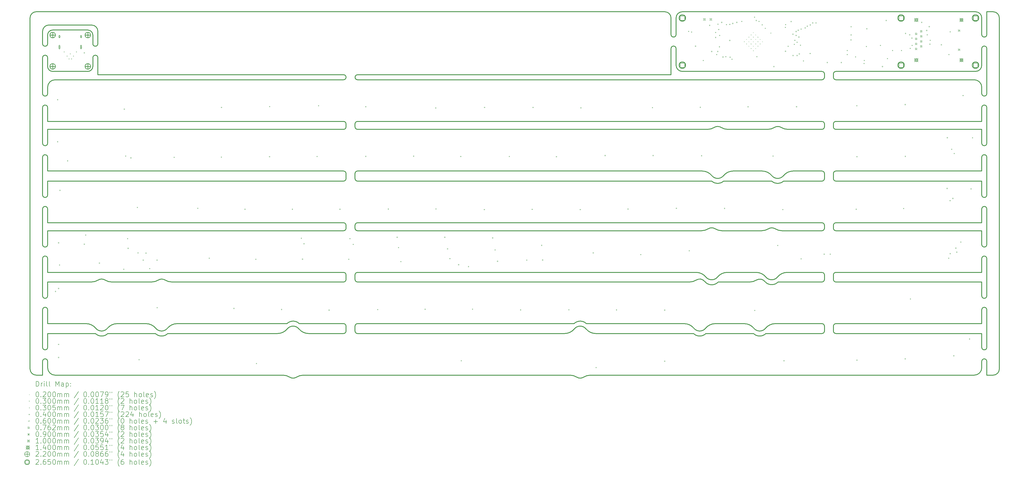
<source format=gbr>
%FSLAX45Y45*%
G04 Gerber Fmt 4.5, Leading zero omitted, Abs format (unit mm)*
G04 Created by KiCad (PCBNEW (6.0.5-0)) date 2023-01-21 22:01:57*
%MOMM*%
%LPD*%
G01*
G04 APERTURE LIST*
%TA.AperFunction,Profile*%
%ADD10C,0.300000*%
%TD*%
%ADD11C,0.200000*%
%ADD12C,0.020000*%
%ADD13C,0.030000*%
%ADD14C,0.030480*%
%ADD15C,0.040000*%
%ADD16C,0.060000*%
%ADD17C,0.076200*%
%ADD18C,0.090000*%
%ADD19C,0.100000*%
%ADD20C,0.140000*%
%ADD21C,0.220000*%
%ADD22C,0.265000*%
G04 APERTURE END LIST*
D10*
X9627742Y-2808500D02*
X-2152500Y-2808500D01*
X-2102500Y3012500D02*
G75*
G03*
X-2352500Y2762500I0J-250000D01*
G01*
X28772745Y-6949834D02*
G75*
G03*
X28672742Y-6849834I-100006J-6D01*
G01*
X22866784Y3292500D02*
X22866784Y2631900D01*
X27051585Y-1070502D02*
G75*
G03*
X27319757Y-1148500I268175J422022D01*
G01*
X10186542Y-830002D02*
G75*
G03*
X10086542Y-930000I-2J-99998D01*
G01*
X35237500Y-9839134D02*
X35237500Y-8342933D01*
X10086542Y-8993533D02*
X10086542Y-9188533D01*
X-2152500Y-830000D02*
X-2152500Y-279400D01*
X23563867Y-9288533D02*
G75*
G03*
X24054783Y-9288533I245458J249500D01*
G01*
X-2152500Y-10397934D02*
G75*
G03*
X-2352500Y-10397934I-100000J0D01*
G01*
X10186542Y-4871332D02*
G75*
G03*
X10086542Y-4971335I-2J-99998D01*
G01*
X-2152500Y-7784132D02*
X-2152500Y-7233533D01*
X26052305Y-6849834D02*
X24906445Y-6849834D01*
X-248633Y-9288533D02*
G75*
G03*
X242283Y-9288533I245458J249500D01*
G01*
X18429130Y-9288528D02*
G75*
G03*
X18817174Y-9103846I0J500008D01*
G01*
X-2602500Y-10948533D02*
X-2352500Y-10948533D01*
X9627742Y-6849834D02*
X-2152500Y-6849834D01*
X-2352500Y2266900D02*
G75*
G03*
X-2152500Y2266900I100000J0D01*
G01*
X35037500Y-9288533D02*
X35037500Y-9839135D01*
X10186542Y-3211334D02*
X24289548Y-3211334D01*
X26440349Y-7034522D02*
G75*
G03*
X26906001Y-7034522I232826J189188D01*
G01*
X9727742Y-6949834D02*
X9727742Y-7133533D01*
X24545381Y-7233533D02*
X25800868Y-7233533D01*
X-352500Y2266900D02*
X-352500Y2612500D01*
X35037500Y530000D02*
G75*
G03*
X34737500Y830000I-300000J0D01*
G01*
X29131540Y-1048500D02*
G75*
G03*
X29231542Y-1148500I100000J0D01*
G01*
X-352500Y2266900D02*
G75*
G03*
X-152500Y2266900I100000J0D01*
G01*
X28672742Y-7233532D02*
G75*
G03*
X28772742Y-7133533I-2J100002D01*
G01*
X10186542Y-7233533D02*
X23404717Y-7233533D01*
X6999130Y-9288528D02*
G75*
G03*
X7387174Y-9103846I0J500008D01*
G01*
X2524712Y-7155532D02*
G75*
G03*
X2792882Y-7233533I268169J421982D01*
G01*
X10086546Y-3111334D02*
G75*
G03*
X10186542Y-3211334I99995J-6D01*
G01*
X-2352500Y-1699100D02*
G75*
G03*
X-2152500Y-1699100I100000J0D01*
G01*
X35237500Y-3761934D02*
X35237500Y-2257900D01*
X24290874Y-2993187D02*
G75*
G03*
X23902830Y-2808500I-388044J-315313D01*
G01*
X26395374Y-7206714D02*
G75*
G03*
X26069039Y-7155533I-192244J-159806D01*
G01*
X-1952500Y1162500D02*
X-552500Y1162500D01*
X19670870Y-9288533D02*
X23563867Y-9288533D01*
X9627742Y-4871335D02*
X-2152500Y-4871335D01*
X-2152500Y-8342933D02*
G75*
G03*
X-2352500Y-8342933I-100000J0D01*
G01*
X9727742Y-8993533D02*
X9727742Y-9188533D01*
X28772742Y-8993533D02*
X28772742Y-9188533D01*
X18915131Y-11027533D02*
G75*
G03*
X19184869Y-11027533I134869J210500D01*
G01*
X23188455Y-8893533D02*
X19295458Y-8893533D01*
X26813461Y-5111834D02*
G75*
G03*
X27081632Y-5189835I268169J421984D01*
G01*
X29131542Y-3111329D02*
X29131542Y-2908500D01*
X-2152500Y-3761934D02*
X-2152500Y-3211334D01*
X35237500Y-8342933D02*
G75*
G03*
X35037500Y-8342933I-100000J0D01*
G01*
X28772745Y-4971335D02*
G75*
G03*
X28672742Y-4871335I-100006J-6D01*
G01*
X35037500Y-4871335D02*
X29231542Y-4871335D01*
X29231542Y-6849832D02*
G75*
G03*
X29131542Y-6949834I-2J-99998D01*
G01*
X-552500Y2812500D02*
X-1952500Y2812500D01*
X24119092Y-1148497D02*
G75*
G03*
X24388831Y-1069500I8J499987D01*
G01*
X-2152500Y2612500D02*
X-2152500Y2266900D01*
X35237500Y-2257900D02*
G75*
G03*
X35037500Y-2257900I-100000J0D01*
G01*
X35737500Y3292500D02*
G75*
G03*
X35487500Y3542500I-250000J0D01*
G01*
X35037500Y-4320734D02*
X35037500Y-4871335D01*
X29231542Y-9288533D02*
X35037500Y-9288533D01*
X131694Y-7154533D02*
G75*
G03*
X-138044Y-7154533I-134869J-210500D01*
G01*
X35037500Y-10648533D02*
X35037500Y-10397934D01*
X26395366Y-7206721D02*
G75*
G03*
X26927168Y-7233533I277804J222681D01*
G01*
X-352500Y1362500D02*
X-352500Y1708100D01*
X26442383Y-9288533D02*
X28672742Y-9288533D01*
X9727742Y-2908500D02*
X9727742Y-3111334D01*
X-2352500Y279400D02*
X-2352500Y1708100D01*
X34787500Y3542500D02*
X23116784Y3542500D01*
X-2152500Y-10397934D02*
X-2152500Y-10648533D01*
X35037500Y2631900D02*
G75*
G03*
X35237500Y2631900I100000J0D01*
G01*
X24430195Y-8893536D02*
G75*
G03*
X24042151Y-9078221I-15J-499974D01*
G01*
X35037500Y279401D02*
G75*
G03*
X35237500Y279400I100000J-1D01*
G01*
X23902830Y-2808500D02*
X10186542Y-2808500D01*
X22866784Y2073100D02*
G75*
G03*
X22666784Y2073100I-100000J0D01*
G01*
X-152500Y2762500D02*
G75*
G03*
X-402500Y3012500I-250000J0D01*
G01*
X26515243Y-1148499D02*
G75*
G03*
X26783414Y-1070500I7J499979D01*
G01*
X2629883Y-9288533D02*
X6999130Y-9288533D01*
X28772742Y-930000D02*
X28772742Y-1048500D01*
X28772742Y-2908500D02*
X28772742Y-3111310D01*
X25951467Y-9288533D02*
G75*
G03*
X26442383Y-9288533I245458J249500D01*
G01*
X-2352500Y2266900D02*
X-2352500Y2762500D01*
X35037500Y3292500D02*
G75*
G03*
X34787500Y3542500I-250000J0D01*
G01*
X35237500Y-10948533D02*
X35487500Y-10948533D01*
X9627742Y-5189832D02*
G75*
G03*
X9727742Y-5089835I-2J100002D01*
G01*
X-2102500Y3012500D02*
X-402500Y3012500D01*
X28672742Y-4871335D02*
X10186542Y-4871335D01*
X29231542Y1162500D02*
X34787500Y1162500D01*
X8024608Y-10948533D02*
X18645392Y-10948533D01*
X35237500Y-10397934D02*
G75*
G03*
X35037500Y-10397934I-100000J4D01*
G01*
X23880967Y-5189833D02*
G75*
G03*
X24150706Y-5110835I-7J500033D01*
G01*
X29231542Y-1148500D02*
X35037500Y-1148500D01*
X35487500Y3542500D02*
X35237500Y3542500D01*
X-2152500Y-279400D02*
G75*
G03*
X-2352500Y-279400I-100000J0D01*
G01*
X-2152500Y-4320733D02*
G75*
G03*
X-2352500Y-4320734I-100000J0D01*
G01*
X28772747Y-8993533D02*
G75*
G03*
X28672742Y-8893533I-100007J-7D01*
G01*
X10086542Y-2908500D02*
X10086542Y-3111334D01*
X-2152500Y-10648533D02*
G75*
G03*
X-1852500Y-10948533I300000J0D01*
G01*
X-152500Y1708100D02*
X-152500Y1030000D01*
X-2152500Y-6849834D02*
X-2152500Y-6299234D01*
X9627742Y830000D02*
G75*
G03*
X9627742Y1030000I-2J100000D01*
G01*
X28672744Y-3211312D02*
G75*
G03*
X28772742Y-3111310I-4J100002D01*
G01*
X24420446Y-5110833D02*
G75*
G03*
X24690183Y-5189835I269734J420973D01*
G01*
X29131542Y-6949834D02*
X29131542Y-7133533D01*
X35237500Y-6299234D02*
G75*
G03*
X35037500Y-6299233I-100000J4D01*
G01*
X-1952500Y2812500D02*
G75*
G03*
X-2152500Y2612500I0J-200000D01*
G01*
X-2352500Y-10948533D02*
X-2352500Y-10397934D01*
X-2352500Y-3761934D02*
G75*
G03*
X-2152500Y-3761934I100000J0D01*
G01*
X35487500Y-10948540D02*
G75*
G03*
X35737500Y-10698533I-10J250010D01*
G01*
X29131541Y-3111329D02*
G75*
G03*
X29231542Y-3211329I99999J-1D01*
G01*
X10186542Y-1148500D02*
X24119092Y-1148500D01*
X-2152500Y-8893533D02*
X-2152500Y-8342933D01*
X35237500Y2073100D02*
X35237500Y279400D01*
X24289548Y-3211334D02*
G75*
G03*
X24757852Y-3211334I234152J249500D01*
G01*
X35237500Y-5740436D02*
X35237500Y-4320733D01*
X10086542Y-4971335D02*
X10086542Y-5089835D01*
X-2152500Y-9839134D02*
X-2152500Y-9288533D01*
X35237500Y-7784131D02*
X35237500Y-6299234D01*
X24006452Y-7211266D02*
G75*
G03*
X24545381Y-7233533I279128J222746D01*
G01*
X35037500Y-279400D02*
X35037500Y-830000D01*
X25144570Y-2808500D02*
G75*
G03*
X24756526Y-2993187I0J-500000D01*
G01*
X19454608Y-10948533D02*
X34737500Y-10948533D01*
X35037500Y-1148500D02*
X35037500Y-1699100D01*
X23576497Y-9078222D02*
G75*
G03*
X23188455Y-8893533I-388057J-315338D01*
G01*
X28772740Y-930000D02*
G75*
G03*
X28672742Y-830000I-100000J0D01*
G01*
X10086542Y-930000D02*
X10086542Y-1048500D01*
X-2152500Y1708100D02*
X-2152500Y1362500D01*
X24290874Y-2993187D02*
G75*
G03*
X24756526Y-2993187I232826J189188D01*
G01*
X23116784Y1162500D02*
X28672742Y1162500D01*
X28772742Y1062500D02*
X28772742Y930000D01*
X-552500Y1162500D02*
G75*
G03*
X-352500Y1362500I0J200000D01*
G01*
X-152500Y1030000D02*
X9627742Y1030000D01*
X27051586Y-1070500D02*
G75*
G03*
X26783414Y-1070500I-134086J-211000D01*
G01*
X35037500Y-1699100D02*
G75*
G03*
X35237500Y-1699100I100000J0D01*
G01*
X35037500Y-9839135D02*
G75*
G03*
X35237500Y-9839134I100000J5D01*
G01*
X27081632Y-5189835D02*
X28672742Y-5189835D01*
X29231542Y-7233533D02*
X35037500Y-7233533D01*
X-2152500Y-6299234D02*
G75*
G03*
X-2352500Y-6299234I-100000J0D01*
G01*
X29231542Y-5189835D02*
X35037500Y-5189835D01*
X1988368Y-7233534D02*
G75*
G03*
X2256539Y-7155533I-8J500024D01*
G01*
X-1852500Y-10948533D02*
X7215392Y-10948533D01*
X24658569Y-1069501D02*
G75*
G03*
X24928308Y-1148500I269741J421011D01*
G01*
X29131547Y-9188533D02*
G75*
G03*
X29231542Y-9288533I99993J-7D01*
G01*
X10086542Y-6949834D02*
X10086542Y-7133533D01*
X9727746Y-4971335D02*
G75*
G03*
X9627742Y-4871335I-100006J-6D01*
G01*
X-152500Y2762500D02*
X-152500Y2266900D01*
X28672742Y829998D02*
G75*
G03*
X28772742Y930000I-2J100002D01*
G01*
X35037500Y-7784133D02*
G75*
G03*
X35237500Y-7784131I100000J3D01*
G01*
X35237500Y-4320733D02*
G75*
G03*
X35037500Y-4320734I-100000J3D01*
G01*
X23576499Y-9078221D02*
G75*
G03*
X24042151Y-9078221I232826J189188D01*
G01*
X29131542Y-4971335D02*
X29131542Y-5089835D01*
X3005295Y-8893533D02*
G75*
G03*
X2617251Y-9078221I0J-500000D01*
G01*
X2151599Y-9078221D02*
G75*
G03*
X1763555Y-8893533I-388044J-315312D01*
G01*
X401433Y-7233533D02*
X1988368Y-7233533D01*
X27532170Y-2808500D02*
G75*
G03*
X27144126Y-2993187I0J-500000D01*
G01*
X35237500Y-1699100D02*
X35237500Y-279400D01*
X28672742Y-830000D02*
X10186542Y-830000D01*
X10186542Y1030000D02*
X22666784Y1030000D01*
X19282828Y-9103844D02*
G75*
G03*
X19670870Y-9288533I388042J315304D01*
G01*
X10086546Y-5089835D02*
G75*
G03*
X10186542Y-5189835I99995J-6D01*
G01*
X7374542Y-8893533D02*
X3005295Y-8893533D01*
X35037500Y-6849834D02*
X29231542Y-6849834D01*
X9727742Y-930000D02*
X9727742Y-1048500D01*
X26290430Y-2808500D02*
X25144570Y-2808500D01*
X7485131Y-11027532D02*
G75*
G03*
X7215392Y-10948533I-269742J-421018D01*
G01*
X-2352500Y279400D02*
G75*
G03*
X-2152500Y279400I100000J0D01*
G01*
X-2352500Y-4320734D02*
X-2352500Y-5740435D01*
X26277118Y-5189835D02*
G75*
G03*
X26545289Y-5111835I-8J500025D01*
G01*
X35237500Y-10397934D02*
X35237500Y-10948533D01*
X26813461Y-5111835D02*
G75*
G03*
X26545289Y-5111835I-134086J-211000D01*
G01*
X-2852500Y-10698533D02*
G75*
G03*
X-2602500Y-10948533I250000J0D01*
G01*
X-2152500Y1362500D02*
G75*
G03*
X-1952500Y1162500I200000J0D01*
G01*
X28772740Y-2908500D02*
G75*
G03*
X28672742Y-2808500I-100000J0D01*
G01*
X-2152500Y-7233533D02*
X-407783Y-7233533D01*
X28672742Y-1148502D02*
G75*
G03*
X28772742Y-1048500I-2J100002D01*
G01*
X10186542Y-9288533D02*
X18429130Y-9288533D01*
X-352500Y2612500D02*
G75*
G03*
X-552500Y2812500I-200000J0D01*
G01*
X35037500Y2631900D02*
X35037500Y3292500D01*
X9727746Y-6949834D02*
G75*
G03*
X9627742Y-6849834I-100006J-6D01*
G01*
X22866790Y1412500D02*
G75*
G03*
X23116784Y1162500I249990J-10D01*
G01*
X29231542Y-2808502D02*
G75*
G03*
X29131542Y-2908500I-2J-99998D01*
G01*
X35037500Y-7233533D02*
X35037500Y-7784133D01*
X28672742Y-5189832D02*
G75*
G03*
X28772742Y-5089835I-2J100002D01*
G01*
X8024608Y-10948534D02*
G75*
G03*
X7754869Y-11027533I-8J-499976D01*
G01*
X27294045Y-6849837D02*
G75*
G03*
X26906001Y-7034522I-15J-499973D01*
G01*
X2792882Y-7233533D02*
X9627742Y-7233533D01*
X24757852Y-3211334D02*
X26677148Y-3211334D01*
X10186542Y-6849832D02*
G75*
G03*
X10086542Y-6949834I-2J-99998D01*
G01*
X19295458Y-8893533D02*
G75*
G03*
X18804542Y-8893533I-245458J-249500D01*
G01*
X24658569Y-1069500D02*
G75*
G03*
X24388831Y-1069500I-134869J-210500D01*
G01*
X9727747Y-8993533D02*
G75*
G03*
X9627742Y-8893533I-100007J-7D01*
G01*
X9727740Y-930000D02*
G75*
G03*
X9627742Y-830000I-100000J0D01*
G01*
X8240870Y-9288533D02*
X9627742Y-9288533D01*
X35037500Y1412500D02*
X35037500Y2073100D01*
X28772742Y-5089835D02*
X28772742Y-4971335D01*
X28672742Y830000D02*
X10186542Y830000D01*
X22666784Y2631900D02*
X22666784Y3292500D01*
X34787500Y1162500D02*
G75*
G03*
X35037500Y1412500I0J250000D01*
G01*
X7852828Y-9103844D02*
G75*
G03*
X8240870Y-9288533I388042J315304D01*
G01*
X27319757Y-1148500D02*
X28672742Y-1148500D01*
X29131540Y930000D02*
G75*
G03*
X29231542Y830000I100000J0D01*
G01*
X22666790Y3292500D02*
G75*
G03*
X22416784Y3542500I-250010J-10D01*
G01*
X22666776Y2631900D02*
G75*
G03*
X22866784Y2631900I100004J0D01*
G01*
X28672742Y-8893533D02*
X26817795Y-8893533D01*
X9627742Y830000D02*
X-1852500Y830000D01*
X29231542Y-830002D02*
G75*
G03*
X29131542Y-930000I-2J-99998D01*
G01*
X-2352500Y-6299234D02*
X-2352500Y-7784133D01*
X26817795Y-8893536D02*
G75*
G03*
X26429751Y-9078221I-15J-499974D01*
G01*
X2151599Y-9078221D02*
G75*
G03*
X2617251Y-9078221I232826J189188D01*
G01*
X35037500Y-8893533D02*
X29231542Y-8893533D01*
X-2352500Y-279400D02*
X-2352500Y-1699100D01*
X-2152500Y-3211334D02*
X9627742Y-3211334D01*
X10086547Y-7133533D02*
G75*
G03*
X10186542Y-7233533I99993J-7D01*
G01*
X-624045Y-8893533D02*
X-2152500Y-8893533D01*
X-236001Y-9078221D02*
G75*
G03*
X-624045Y-8893533I-388044J-315312D01*
G01*
X24420444Y-5110835D02*
G75*
G03*
X24150706Y-5110835I-134869J-210500D01*
G01*
X35237500Y2073100D02*
G75*
G03*
X35037500Y2073100I-100000J0D01*
G01*
X35037500Y-8342933D02*
X35037500Y-8893533D01*
X29231542Y-8893532D02*
G75*
G03*
X29131542Y-8993533I-2J-99998D01*
G01*
X9627742Y-830000D02*
X-2152500Y-830000D01*
X22416784Y3542500D02*
X-2602500Y3542500D01*
X-2352500Y-8342933D02*
X-2352500Y-9839135D01*
X10186542Y-2808502D02*
G75*
G03*
X10086542Y-2908500I-2J-99998D01*
G01*
X28772740Y1062500D02*
G75*
G03*
X28672742Y1162500I-100000J0D01*
G01*
X9627742Y-8893533D02*
X7865458Y-8893533D01*
X26927168Y-7233533D02*
X28672742Y-7233533D01*
X35037500Y-5740435D02*
G75*
G03*
X35237500Y-5740436I100000J-5D01*
G01*
X7485131Y-11027533D02*
G75*
G03*
X7754869Y-11027533I134869J210500D01*
G01*
X29231542Y-4871332D02*
G75*
G03*
X29131542Y-4971335I-2J-99998D01*
G01*
X35037500Y-830000D02*
X29231542Y-830000D01*
X35037500Y-5189835D02*
X35037500Y-5740435D01*
X-2602500Y3542500D02*
G75*
G03*
X-2852500Y3292500I0J-250000D01*
G01*
X27145452Y-3211334D02*
X28672744Y-3211310D01*
X-2152500Y530000D02*
X-2152500Y279400D01*
X35037500Y-3761934D02*
G75*
G03*
X35237500Y-3761934I100000J4D01*
G01*
X-2152500Y-1699100D02*
X-2152500Y-1148500D01*
X29131542Y-930000D02*
X29131542Y-1048500D01*
X18915132Y-11027532D02*
G75*
G03*
X18645392Y-10948533I-269742J-421018D01*
G01*
X9627742Y-3211332D02*
G75*
G03*
X9727742Y-3111334I-2J100002D01*
G01*
X617695Y-8893533D02*
G75*
G03*
X229651Y-9078221I0J-500000D01*
G01*
X9627742Y-7233532D02*
G75*
G03*
X9727742Y-7133533I-2J100002D01*
G01*
X-2852500Y3292500D02*
X-2852500Y-10698533D01*
X25964097Y-9078222D02*
G75*
G03*
X25576055Y-8893533I-388057J-315338D01*
G01*
X22666784Y1030000D02*
X22666784Y2073100D01*
X29131545Y-5089835D02*
G75*
G03*
X29231542Y-5189835I99995J-6D01*
G01*
X9727740Y-2908500D02*
G75*
G03*
X9627742Y-2808500I-100000J0D01*
G01*
X9627742Y-9288532D02*
G75*
G03*
X9727742Y-9188533I-2J100002D01*
G01*
X28672742Y-6849834D02*
X27294045Y-6849834D01*
X-2352500Y-9839135D02*
G75*
G03*
X-2152500Y-9839134I100000J1D01*
G01*
X-152500Y1708100D02*
G75*
G03*
X-352500Y1708100I-100000J0D01*
G01*
X26677148Y-3211334D02*
G75*
G03*
X27145452Y-3211334I234152J249500D01*
G01*
X24006449Y-7211268D02*
G75*
G03*
X23674456Y-7154533I-197119J-153752D01*
G01*
X-1852500Y830000D02*
G75*
G03*
X-2152500Y530000I0J-300000D01*
G01*
X2138967Y-9288533D02*
G75*
G03*
X2629883Y-9288533I245458J249500D01*
G01*
X24052747Y-7034523D02*
G75*
G03*
X23664705Y-6849834I-388057J-315337D01*
G01*
X29131542Y-9188533D02*
X29131542Y-8993533D01*
X-2152500Y-4871335D02*
X-2152500Y-4320733D01*
X242283Y-9288533D02*
X2138967Y-9288533D01*
X35037500Y-2808500D02*
X29231542Y-2808500D01*
X-2152500Y-2808500D02*
X-2152500Y-2257899D01*
X23664705Y-6849834D02*
X10186542Y-6849834D01*
X25576055Y-8893533D02*
X24430195Y-8893533D01*
X-2352500Y-2257899D02*
X-2352500Y-3761934D01*
X19454608Y-10948534D02*
G75*
G03*
X19184869Y-11027533I-8J-499976D01*
G01*
X35737500Y-10698533D02*
X35737500Y3292500D01*
X35037500Y-3211334D02*
X35037500Y-3761934D01*
X35037500Y-2257900D02*
X35037500Y-2808500D01*
X28672742Y-9288532D02*
G75*
G03*
X28772742Y-9188533I-2J100002D01*
G01*
X29231542Y-3211329D02*
X35037500Y-3211334D01*
X24052749Y-7034522D02*
G75*
G03*
X24518401Y-7034522I232826J189188D01*
G01*
X10086540Y-1048500D02*
G75*
G03*
X10186542Y-1148500I100000J0D01*
G01*
X26440347Y-7034523D02*
G75*
G03*
X26052305Y-6849834I-388057J-315337D01*
G01*
X29131547Y-7133533D02*
G75*
G03*
X29231542Y-7233533I99993J-7D01*
G01*
X24690183Y-5189835D02*
X26277118Y-5189835D01*
X-2352500Y-7784133D02*
G75*
G03*
X-2152500Y-7784132I100000J1D01*
G01*
X7852826Y-9103846D02*
G75*
G03*
X7387174Y-9103846I-232826J-189188D01*
G01*
X131695Y-7154533D02*
G75*
G03*
X401433Y-7233533I269738J420998D01*
G01*
X-2152500Y-9288533D02*
X-248633Y-9288533D01*
X2524711Y-7155533D02*
G75*
G03*
X2256539Y-7155533I-134086J-211000D01*
G01*
X-2352500Y-5740435D02*
G75*
G03*
X-2152500Y-5740435I100000J0D01*
G01*
X-2152500Y-1148500D02*
X9627742Y-1148500D01*
X25800868Y-7233534D02*
G75*
G03*
X26069039Y-7155533I-8J500024D01*
G01*
X10186542Y1030000D02*
G75*
G03*
X10186542Y830000I-2J-100000D01*
G01*
X9727742Y-4971335D02*
X9727742Y-5089835D01*
X28772742Y-6949834D02*
X28772742Y-7133533D01*
X7865458Y-8893533D02*
G75*
G03*
X7374542Y-8893533I-245458J-249500D01*
G01*
X18804542Y-8893533D02*
X10186542Y-8893533D01*
X24928308Y-1148500D02*
X26515243Y-1148500D01*
X10086547Y-9188533D02*
G75*
G03*
X10186542Y-9288533I99993J-7D01*
G01*
X9627742Y-1148502D02*
G75*
G03*
X9727742Y-1048500I-2J100002D01*
G01*
X-2152500Y-2257900D02*
G75*
G03*
X-2352500Y-2257899I-100000J1D01*
G01*
X34737500Y-10948540D02*
G75*
G03*
X35037500Y-10648533I-10J300010D01*
G01*
X-2152500Y1708100D02*
G75*
G03*
X-2352500Y1708100I-100000J0D01*
G01*
X26678474Y-2993187D02*
G75*
G03*
X26290430Y-2808500I-388044J-315313D01*
G01*
X-2152500Y-5740435D02*
X-2152500Y-5189835D01*
X19282826Y-9103846D02*
G75*
G03*
X18817174Y-9103846I-232826J-189188D01*
G01*
X29231542Y1162498D02*
G75*
G03*
X29131542Y1062500I-2J-99998D01*
G01*
X25964099Y-9078221D02*
G75*
G03*
X26429751Y-9078221I232826J189188D01*
G01*
X35037500Y279401D02*
X35037500Y530000D01*
X28672742Y-2808500D02*
X27532170Y-2808500D01*
X-236001Y-9078221D02*
G75*
G03*
X229651Y-9078221I232826J189188D01*
G01*
X23404717Y-7233532D02*
G75*
G03*
X23674456Y-7154533I-7J500032D01*
G01*
X10186542Y-8893532D02*
G75*
G03*
X10086542Y-8993533I-2J-99998D01*
G01*
X-2152500Y-5189835D02*
X9627742Y-5189835D01*
X10186542Y-5189835D02*
X23880967Y-5189835D01*
X24054783Y-9288533D02*
X25951467Y-9288533D01*
X23116784Y3542506D02*
G75*
G03*
X22866784Y3292500I6J-250006D01*
G01*
X35237500Y3542500D02*
X35237500Y2631900D01*
X35237500Y-279400D02*
G75*
G03*
X35037500Y-279400I-100000J0D01*
G01*
X34737500Y830000D02*
X29231542Y830000D01*
X-407783Y-7233533D02*
G75*
G03*
X-138044Y-7154533I0J500000D01*
G01*
X22866784Y2073100D02*
X22866784Y1412500D01*
X35037500Y-6299233D02*
X35037500Y-6849834D01*
X24906445Y-6849837D02*
G75*
G03*
X24518401Y-7034522I-15J-499973D01*
G01*
X26678474Y-2993187D02*
G75*
G03*
X27144126Y-2993187I232826J189188D01*
G01*
X1763555Y-8893533D02*
X617695Y-8893533D01*
X29131542Y1062500D02*
X29131542Y930000D01*
D11*
D12*
X25571613Y2362500D02*
X25591613Y2342500D01*
X25591613Y2362500D02*
X25571613Y2342500D01*
X25661769Y2452656D02*
X25681769Y2432656D01*
X25681769Y2452656D02*
X25661769Y2432656D01*
X25661769Y2272344D02*
X25681769Y2252344D01*
X25681769Y2272344D02*
X25661769Y2252344D01*
X25751925Y2542812D02*
X25771925Y2522812D01*
X25771925Y2542812D02*
X25751925Y2522812D01*
X25751925Y2362500D02*
X25771925Y2342500D01*
X25771925Y2362500D02*
X25751925Y2342500D01*
X25751925Y2182188D02*
X25771925Y2162188D01*
X25771925Y2182188D02*
X25751925Y2162188D01*
X25842081Y2632968D02*
X25862081Y2612968D01*
X25862081Y2632968D02*
X25842081Y2612968D01*
X25842081Y2452656D02*
X25862081Y2432656D01*
X25862081Y2452656D02*
X25842081Y2432656D01*
X25842081Y2272344D02*
X25862081Y2252344D01*
X25862081Y2272344D02*
X25842081Y2252344D01*
X25842081Y2092032D02*
X25862081Y2072032D01*
X25862081Y2092032D02*
X25842081Y2072032D01*
X25932237Y2723125D02*
X25952237Y2703125D01*
X25952237Y2723125D02*
X25932237Y2703125D01*
X25932237Y2542812D02*
X25952237Y2522812D01*
X25952237Y2542812D02*
X25932237Y2522812D01*
X25932237Y2362500D02*
X25952237Y2342500D01*
X25952237Y2362500D02*
X25932237Y2342500D01*
X25932237Y2182188D02*
X25952237Y2162188D01*
X25952237Y2182188D02*
X25932237Y2162188D01*
X25932237Y2001875D02*
X25952237Y1981875D01*
X25952237Y2001875D02*
X25932237Y1981875D01*
X26022393Y2632968D02*
X26042393Y2612968D01*
X26042393Y2632968D02*
X26022393Y2612968D01*
X26022393Y2452656D02*
X26042393Y2432656D01*
X26042393Y2452656D02*
X26022393Y2432656D01*
X26022393Y2272344D02*
X26042393Y2252344D01*
X26042393Y2272344D02*
X26022393Y2252344D01*
X26022393Y2092032D02*
X26042393Y2072032D01*
X26042393Y2092032D02*
X26022393Y2072032D01*
X26112549Y2542812D02*
X26132549Y2522812D01*
X26132549Y2542812D02*
X26112549Y2522812D01*
X26112549Y2362500D02*
X26132549Y2342500D01*
X26132549Y2362500D02*
X26112549Y2342500D01*
X26112549Y2182188D02*
X26132549Y2162188D01*
X26132549Y2182188D02*
X26112549Y2162188D01*
X26202706Y2452656D02*
X26222706Y2432656D01*
X26222706Y2452656D02*
X26202706Y2432656D01*
X26202706Y2272344D02*
X26222706Y2252344D01*
X26222706Y2272344D02*
X26202706Y2252344D01*
X26292862Y2362500D02*
X26312862Y2342500D01*
X26312862Y2362500D02*
X26292862Y2342500D01*
D13*
X26434297Y2880827D02*
G75*
G03*
X26434297Y2880827I-15000J0D01*
G01*
X26655000Y2690759D02*
G75*
G03*
X26655000Y2690759I-15000J0D01*
G01*
D14*
X-1497300Y1958140D02*
X-1497300Y1927660D01*
X-1512540Y1942900D02*
X-1482060Y1942900D01*
X-1379300Y1793040D02*
X-1379300Y1762560D01*
X-1394540Y1777800D02*
X-1364060Y1777800D01*
X-1302300Y1680440D02*
X-1302300Y1649960D01*
X-1317540Y1665200D02*
X-1287060Y1665200D01*
X-1252300Y1879400D02*
X-1252300Y1848920D01*
X-1267540Y1864160D02*
X-1237060Y1864160D01*
X-1202500Y1680240D02*
X-1202500Y1649760D01*
X-1217740Y1665000D02*
X-1187260Y1665000D01*
X-1125300Y1793040D02*
X-1125300Y1762560D01*
X-1140540Y1777800D02*
X-1110060Y1777800D01*
X-1007300Y1958140D02*
X-1007300Y1927660D01*
X-1022540Y1942900D02*
X-992060Y1942900D01*
D15*
X-1825858Y-7621422D02*
X-1825858Y-7593138D01*
X-1854142Y-7593138D01*
X-1854142Y-7621422D01*
X-1825858Y-7621422D01*
X-1745858Y25858D02*
X-1745858Y54142D01*
X-1774142Y54142D01*
X-1774142Y25858D01*
X-1745858Y25858D01*
X-1745858Y-1651392D02*
X-1745858Y-1623108D01*
X-1774142Y-1623108D01*
X-1774142Y-1651392D01*
X-1745858Y-1651392D01*
X-1705858Y-5682722D02*
X-1705858Y-5654438D01*
X-1734142Y-5654438D01*
X-1734142Y-5682722D01*
X-1705858Y-5682722D01*
X-1705858Y-7501422D02*
X-1705858Y-7473138D01*
X-1734142Y-7473138D01*
X-1734142Y-7501422D01*
X-1705858Y-7501422D01*
X-1705858Y-9731422D02*
X-1705858Y-9703138D01*
X-1734142Y-9703138D01*
X-1734142Y-9731422D01*
X-1705858Y-9731422D01*
X-1705858Y-10254142D02*
X-1705858Y-10225858D01*
X-1734142Y-10225858D01*
X-1734142Y-10254142D01*
X-1705858Y-10254142D01*
X-1665858Y-6567722D02*
X-1665858Y-6539438D01*
X-1694142Y-6539438D01*
X-1694142Y-6567722D01*
X-1665858Y-6567722D01*
X-1648474Y-3591135D02*
X-1648474Y-3562850D01*
X-1676759Y-3562850D01*
X-1676759Y-3591135D01*
X-1648474Y-3591135D01*
X-1345858Y-2414142D02*
X-1345858Y-2385858D01*
X-1374142Y-2385858D01*
X-1374142Y-2414142D01*
X-1345858Y-2414142D01*
X-682261Y1891905D02*
X-682261Y1920189D01*
X-710545Y1920189D01*
X-710545Y1891905D01*
X-682261Y1891905D01*
X-680858Y-5737722D02*
X-680858Y-5709438D01*
X-709142Y-5709438D01*
X-709142Y-5737722D01*
X-680858Y-5737722D01*
X-625858Y-5371788D02*
X-625858Y-5343504D01*
X-654142Y-5343504D01*
X-654142Y-5371788D01*
X-625858Y-5371788D01*
X-80858Y-6492722D02*
X-80858Y-6464438D01*
X-109142Y-6464438D01*
X-109142Y-6492722D01*
X-80858Y-6492722D01*
X889142Y-6737722D02*
X889142Y-6709438D01*
X860858Y-6709438D01*
X860858Y-6737722D01*
X889142Y-6737722D01*
X909142Y-354142D02*
X909142Y-325858D01*
X880858Y-325858D01*
X880858Y-354142D01*
X909142Y-354142D01*
X964142Y-2221392D02*
X964142Y-2193108D01*
X935858Y-2193108D01*
X935858Y-2221392D01*
X964142Y-2221392D01*
X1044142Y-5517722D02*
X1044142Y-5489438D01*
X1015858Y-5489438D01*
X1015858Y-5517722D01*
X1044142Y-5517722D01*
X1064142Y-5902722D02*
X1064142Y-5874438D01*
X1035858Y-5874438D01*
X1035858Y-5902722D01*
X1064142Y-5902722D01*
X1174142Y-2294142D02*
X1174142Y-2265858D01*
X1145858Y-2265858D01*
X1145858Y-2294142D01*
X1174142Y-2294142D01*
X1429142Y-4274222D02*
X1429142Y-4245938D01*
X1400858Y-4245938D01*
X1400858Y-4274222D01*
X1429142Y-4274222D01*
X1454142Y-6082722D02*
X1454142Y-6054438D01*
X1425858Y-6054438D01*
X1425858Y-6082722D01*
X1454142Y-6082722D01*
X1499142Y-10341422D02*
X1499142Y-10313138D01*
X1470858Y-10313138D01*
X1470858Y-10341422D01*
X1499142Y-10341422D01*
X1664142Y-6372722D02*
X1664142Y-6344438D01*
X1635858Y-6344438D01*
X1635858Y-6372722D01*
X1664142Y-6372722D01*
X1774142Y-6094142D02*
X1774142Y-6065858D01*
X1745858Y-6065858D01*
X1745858Y-6094142D01*
X1774142Y-6094142D01*
X1924142Y-6712722D02*
X1924142Y-6684438D01*
X1895858Y-6684438D01*
X1895858Y-6712722D01*
X1924142Y-6712722D01*
X2214142Y-6374142D02*
X2214142Y-6345858D01*
X2185858Y-6345858D01*
X2185858Y-6374142D01*
X2214142Y-6374142D01*
X2219142Y-8266422D02*
X2219142Y-8238138D01*
X2190858Y-8238138D01*
X2190858Y-8266422D01*
X2219142Y-8266422D01*
X2894142Y-2276392D02*
X2894142Y-2248108D01*
X2865858Y-2248108D01*
X2865858Y-2276392D01*
X2894142Y-2276392D01*
X3834142Y-4304222D02*
X3834142Y-4275938D01*
X3805858Y-4275938D01*
X3805858Y-4304222D01*
X3834142Y-4304222D01*
X4294142Y-6294142D02*
X4294142Y-6265858D01*
X4265858Y-6265858D01*
X4265858Y-6294142D01*
X4294142Y-6294142D01*
X4774142Y-2266392D02*
X4774142Y-2238108D01*
X4745858Y-2238108D01*
X4745858Y-2266392D01*
X4774142Y-2266392D01*
X4779142Y-284142D02*
X4779142Y-255858D01*
X4750858Y-255858D01*
X4750858Y-284142D01*
X4779142Y-284142D01*
X5274142Y-8296422D02*
X5274142Y-8268138D01*
X5245858Y-8268138D01*
X5245858Y-8296422D01*
X5274142Y-8296422D01*
X5714142Y-4344222D02*
X5714142Y-4315938D01*
X5685858Y-4315938D01*
X5685858Y-4344222D01*
X5714142Y-4344222D01*
X6149142Y-6337722D02*
X6149142Y-6309438D01*
X6120858Y-6309438D01*
X6120858Y-6337722D01*
X6149142Y-6337722D01*
X6174142Y-10494142D02*
X6174142Y-10465858D01*
X6145858Y-10465858D01*
X6145858Y-10494142D01*
X6174142Y-10494142D01*
X6694142Y-2246392D02*
X6694142Y-2218108D01*
X6665858Y-2218108D01*
X6665858Y-2246392D01*
X6694142Y-2246392D01*
X6699142Y-249142D02*
X6699142Y-220858D01*
X6670858Y-220858D01*
X6670858Y-249142D01*
X6699142Y-249142D01*
X7169142Y-8341422D02*
X7169142Y-8313138D01*
X7140858Y-8313138D01*
X7140858Y-8341422D01*
X7169142Y-8341422D01*
X7604142Y-4344222D02*
X7604142Y-4315938D01*
X7575858Y-4315938D01*
X7575858Y-4344222D01*
X7604142Y-4344222D01*
X7959142Y-5497722D02*
X7959142Y-5469438D01*
X7930858Y-5469438D01*
X7930858Y-5497722D01*
X7959142Y-5497722D01*
X8004142Y-6332722D02*
X8004142Y-6304438D01*
X7975858Y-6304438D01*
X7975858Y-6332722D01*
X8004142Y-6332722D01*
X8064142Y-5717722D02*
X8064142Y-5689438D01*
X8035858Y-5689438D01*
X8035858Y-5717722D01*
X8064142Y-5717722D01*
X8584142Y-2241392D02*
X8584142Y-2213108D01*
X8555858Y-2213108D01*
X8555858Y-2241392D01*
X8584142Y-2241392D01*
X8644142Y-219142D02*
X8644142Y-190858D01*
X8615858Y-190858D01*
X8615858Y-219142D01*
X8644142Y-219142D01*
X9064142Y-8366422D02*
X9064142Y-8338138D01*
X9035858Y-8338138D01*
X9035858Y-8366422D01*
X9064142Y-8366422D01*
X9494142Y-4344222D02*
X9494142Y-4315938D01*
X9465858Y-4315938D01*
X9465858Y-4344222D01*
X9494142Y-4344222D01*
X9849142Y-6337722D02*
X9849142Y-6309438D01*
X9820858Y-6309438D01*
X9820858Y-6337722D01*
X9849142Y-6337722D01*
X9894142Y-5517722D02*
X9894142Y-5489438D01*
X9865858Y-5489438D01*
X9865858Y-5517722D01*
X9894142Y-5517722D01*
X10024142Y-5747722D02*
X10024142Y-5719438D01*
X9995858Y-5719438D01*
X9995858Y-5747722D01*
X10024142Y-5747722D01*
X10524142Y-254142D02*
X10524142Y-225858D01*
X10495858Y-225858D01*
X10495858Y-254142D01*
X10524142Y-254142D01*
X10524142Y-2236392D02*
X10524142Y-2208108D01*
X10495858Y-2208108D01*
X10495858Y-2236392D01*
X10524142Y-2236392D01*
X10999142Y-8346422D02*
X10999142Y-8318138D01*
X10970858Y-8318138D01*
X10970858Y-8346422D01*
X10999142Y-8346422D01*
X11424142Y-4334222D02*
X11424142Y-4305938D01*
X11395858Y-4305938D01*
X11395858Y-4334222D01*
X11424142Y-4334222D01*
X11774142Y-5462722D02*
X11774142Y-5434438D01*
X11745858Y-5434438D01*
X11745858Y-5462722D01*
X11774142Y-5462722D01*
X11829142Y-5872722D02*
X11829142Y-5844438D01*
X11800858Y-5844438D01*
X11800858Y-5872722D01*
X11829142Y-5872722D01*
X11919142Y-6432722D02*
X11919142Y-6404438D01*
X11890858Y-6404438D01*
X11890858Y-6432722D01*
X11919142Y-6432722D01*
X12429142Y-2226392D02*
X12429142Y-2198108D01*
X12400858Y-2198108D01*
X12400858Y-2226392D01*
X12429142Y-2226392D01*
X12884142Y-8331422D02*
X12884142Y-8303138D01*
X12855858Y-8303138D01*
X12855858Y-8331422D01*
X12884142Y-8331422D01*
X13309142Y-304142D02*
X13309142Y-275858D01*
X13280858Y-275858D01*
X13280858Y-304142D01*
X13309142Y-304142D01*
X13319142Y-4329222D02*
X13319142Y-4300938D01*
X13290858Y-4300938D01*
X13290858Y-4329222D01*
X13319142Y-4329222D01*
X13669142Y-5462722D02*
X13669142Y-5434438D01*
X13640858Y-5434438D01*
X13640858Y-5462722D01*
X13669142Y-5462722D01*
X13779142Y-5922722D02*
X13779142Y-5894438D01*
X13750858Y-5894438D01*
X13750858Y-5922722D01*
X13779142Y-5922722D01*
X13874142Y-6312722D02*
X13874142Y-6284438D01*
X13845858Y-6284438D01*
X13845858Y-6312722D01*
X13874142Y-6312722D01*
X14219142Y-6552722D02*
X14219142Y-6524438D01*
X14190858Y-6524438D01*
X14190858Y-6552722D01*
X14219142Y-6552722D01*
X14304142Y-2241392D02*
X14304142Y-2213108D01*
X14275858Y-2213108D01*
X14275858Y-2241392D01*
X14304142Y-2241392D01*
X14324142Y-10386422D02*
X14324142Y-10358138D01*
X14295858Y-10358138D01*
X14295858Y-10386422D01*
X14324142Y-10386422D01*
X14614142Y-6629936D02*
X14614142Y-6601652D01*
X14585858Y-6601652D01*
X14585858Y-6629936D01*
X14614142Y-6629936D01*
X14774142Y-8326422D02*
X14774142Y-8298138D01*
X14745858Y-8298138D01*
X14745858Y-8326422D01*
X14774142Y-8326422D01*
X15244142Y-4354222D02*
X15244142Y-4325938D01*
X15215858Y-4325938D01*
X15215858Y-4354222D01*
X15244142Y-4354222D01*
X15254142Y-284142D02*
X15254142Y-255858D01*
X15225858Y-255858D01*
X15225858Y-284142D01*
X15254142Y-284142D01*
X15574142Y-5487722D02*
X15574142Y-5459438D01*
X15545858Y-5459438D01*
X15545858Y-5487722D01*
X15574142Y-5487722D01*
X15674142Y-5965682D02*
X15674142Y-5937398D01*
X15645858Y-5937398D01*
X15645858Y-5965682D01*
X15674142Y-5965682D01*
X15769142Y-6417722D02*
X15769142Y-6389438D01*
X15740858Y-6389438D01*
X15740858Y-6417722D01*
X15769142Y-6417722D01*
X16239142Y-2241392D02*
X16239142Y-2213108D01*
X16210858Y-2213108D01*
X16210858Y-2241392D01*
X16239142Y-2241392D01*
X16689142Y-8356422D02*
X16689142Y-8328138D01*
X16660858Y-8328138D01*
X16660858Y-8356422D01*
X16689142Y-8356422D01*
X16934142Y-6372722D02*
X16934142Y-6344438D01*
X16905858Y-6344438D01*
X16905858Y-6372722D01*
X16934142Y-6372722D01*
X17149142Y-4349222D02*
X17149142Y-4320938D01*
X17120858Y-4320938D01*
X17120858Y-4349222D01*
X17149142Y-4349222D01*
X17184142Y-284142D02*
X17184142Y-255858D01*
X17155858Y-255858D01*
X17155858Y-284142D01*
X17184142Y-284142D01*
X17524142Y-5782722D02*
X17524142Y-5754438D01*
X17495858Y-5754438D01*
X17495858Y-5782722D01*
X17524142Y-5782722D01*
X17564142Y-6367722D02*
X17564142Y-6339438D01*
X17535858Y-6339438D01*
X17535858Y-6367722D01*
X17564142Y-6367722D01*
X18114142Y-2246392D02*
X18114142Y-2218108D01*
X18085858Y-2218108D01*
X18085858Y-2246392D01*
X18114142Y-2246392D01*
X18609142Y-8351422D02*
X18609142Y-8323138D01*
X18580858Y-8323138D01*
X18580858Y-8351422D01*
X18609142Y-8351422D01*
X19064142Y-4359222D02*
X19064142Y-4330938D01*
X19035858Y-4330938D01*
X19035858Y-4359222D01*
X19064142Y-4359222D01*
X19089142Y-299142D02*
X19089142Y-270858D01*
X19060858Y-270858D01*
X19060858Y-299142D01*
X19089142Y-299142D01*
X19579142Y-6082722D02*
X19579142Y-6054438D01*
X19550858Y-6054438D01*
X19550858Y-6082722D01*
X19579142Y-6082722D01*
X19694142Y-10654142D02*
X19694142Y-10625858D01*
X19665858Y-10625858D01*
X19665858Y-10654142D01*
X19694142Y-10654142D01*
X20054142Y-2201392D02*
X20054142Y-2173108D01*
X20025858Y-2173108D01*
X20025858Y-2201392D01*
X20054142Y-2201392D01*
X20504142Y-8356422D02*
X20504142Y-8328138D01*
X20475858Y-8328138D01*
X20475858Y-8356422D01*
X20504142Y-8356422D01*
X20964142Y-4334222D02*
X20964142Y-4305938D01*
X20935858Y-4305938D01*
X20935858Y-4334222D01*
X20964142Y-4334222D01*
X21474142Y-6152722D02*
X21474142Y-6124438D01*
X21445858Y-6124438D01*
X21445858Y-6152722D01*
X21474142Y-6152722D01*
X21939142Y-294142D02*
X21939142Y-265858D01*
X21910858Y-265858D01*
X21910858Y-294142D01*
X21939142Y-294142D01*
X21964142Y-2201392D02*
X21964142Y-2173108D01*
X21935858Y-2173108D01*
X21935858Y-2201392D01*
X21964142Y-2201392D01*
X22424142Y-8366422D02*
X22424142Y-8338138D01*
X22395858Y-8338138D01*
X22395858Y-8366422D01*
X22424142Y-8366422D01*
X22424142Y-10401422D02*
X22424142Y-10373138D01*
X22395858Y-10373138D01*
X22395858Y-10401422D01*
X22424142Y-10401422D01*
X22889142Y-4304222D02*
X22889142Y-4275938D01*
X22860858Y-4275938D01*
X22860858Y-4304222D01*
X22889142Y-4304222D01*
X23374142Y2745858D02*
X23374142Y2774142D01*
X23345858Y2774142D01*
X23345858Y2745858D01*
X23374142Y2745858D01*
X23404142Y-5997722D02*
X23404142Y-5969438D01*
X23375858Y-5969438D01*
X23375858Y-5997722D01*
X23404142Y-5997722D01*
X23494392Y2723558D02*
X23494392Y2751842D01*
X23466108Y2751842D01*
X23466108Y2723558D01*
X23494392Y2723558D01*
X23651392Y2157558D02*
X23651392Y2185842D01*
X23623108Y2185842D01*
X23623108Y2157558D01*
X23651392Y2157558D01*
X23844142Y-279142D02*
X23844142Y-250858D01*
X23815858Y-250858D01*
X23815858Y-279142D01*
X23844142Y-279142D01*
X23894142Y-2211392D02*
X23894142Y-2183108D01*
X23865858Y-2183108D01*
X23865858Y-2211392D01*
X23894142Y-2211392D01*
X23963392Y1584558D02*
X23963392Y1612842D01*
X23935108Y1612842D01*
X23935108Y1584558D01*
X23963392Y1584558D01*
X24216425Y2988838D02*
X24216425Y3017122D01*
X24188141Y3017122D01*
X24188141Y2988838D01*
X24216425Y2988838D01*
X24294142Y1945858D02*
X24294142Y1974142D01*
X24265858Y1974142D01*
X24265858Y1945858D01*
X24294142Y1945858D01*
X24454142Y2705858D02*
X24454142Y2734142D01*
X24425858Y2734142D01*
X24425858Y2705858D01*
X24454142Y2705858D01*
X24454142Y2505858D02*
X24454142Y2534142D01*
X24425858Y2534142D01*
X24425858Y2505858D01*
X24454142Y2505858D01*
X24494142Y1825858D02*
X24494142Y1854142D01*
X24465858Y1854142D01*
X24465858Y1825858D01*
X24494142Y1825858D01*
X24534142Y1945858D02*
X24534142Y1974142D01*
X24505858Y1974142D01*
X24505858Y1945858D01*
X24534142Y1945858D01*
X24543598Y3032859D02*
X24543598Y3061144D01*
X24515313Y3061144D01*
X24515313Y3032859D01*
X24543598Y3032859D01*
X24574142Y2825858D02*
X24574142Y2854142D01*
X24545858Y2854142D01*
X24545858Y2825858D01*
X24574142Y2825858D01*
X24602392Y2133558D02*
X24602392Y2161842D01*
X24574108Y2161842D01*
X24574108Y2133558D01*
X24602392Y2133558D01*
X24614142Y2585858D02*
X24614142Y2614142D01*
X24585858Y2614142D01*
X24585858Y2585858D01*
X24614142Y2585858D01*
X24694142Y3105858D02*
X24694142Y3134142D01*
X24665858Y3134142D01*
X24665858Y3105858D01*
X24694142Y3105858D01*
X24744142Y1725622D02*
X24744142Y1753907D01*
X24715858Y1753907D01*
X24715858Y1725622D01*
X24744142Y1725622D01*
X24809142Y-4309222D02*
X24809142Y-4280938D01*
X24780858Y-4280938D01*
X24780858Y-4309222D01*
X24809142Y-4309222D01*
X24858946Y1737966D02*
X24858946Y1766251D01*
X24830661Y1766251D01*
X24830661Y1737966D01*
X24858946Y1737966D01*
X24883714Y3015430D02*
X24883714Y3043714D01*
X24855430Y3043714D01*
X24855430Y3015430D01*
X24883714Y3015430D01*
X25014142Y3025858D02*
X25014142Y3054142D01*
X24985858Y3054142D01*
X24985858Y3025858D01*
X25014142Y3025858D01*
X25014142Y2385858D02*
X25014142Y2414142D01*
X24985858Y2414142D01*
X24985858Y2385858D01*
X25014142Y2385858D01*
X25025372Y1717088D02*
X25025372Y1745372D01*
X24997088Y1745372D01*
X24997088Y1717088D01*
X25025372Y1717088D01*
X25104202Y1635918D02*
X25104202Y1664202D01*
X25075918Y1664202D01*
X25075918Y1635918D01*
X25104202Y1635918D01*
X25134142Y3065858D02*
X25134142Y3094142D01*
X25105858Y3094142D01*
X25105858Y3065858D01*
X25134142Y3065858D01*
X25294142Y3105858D02*
X25294142Y3134142D01*
X25265858Y3134142D01*
X25265858Y3105858D01*
X25294142Y3105858D01*
X25494142Y3145858D02*
X25494142Y3174142D01*
X25465858Y3174142D01*
X25465858Y3145858D01*
X25494142Y3145858D01*
X25744142Y-259142D02*
X25744142Y-230858D01*
X25715858Y-230858D01*
X25715858Y-259142D01*
X25744142Y-259142D01*
X25999530Y3312479D02*
X25999530Y3340763D01*
X25971245Y3340763D01*
X25971245Y3312479D01*
X25999530Y3312479D01*
X26009142Y-8376422D02*
X26009142Y-8348138D01*
X25980858Y-8348138D01*
X25980858Y-8376422D01*
X26009142Y-8376422D01*
X26069191Y3184249D02*
X26069191Y3212533D01*
X26040906Y3212533D01*
X26040906Y3184249D01*
X26069191Y3184249D01*
X26094142Y1739270D02*
X26094142Y1767555D01*
X26065858Y1767555D01*
X26065858Y1739270D01*
X26094142Y1739270D01*
X26178841Y3145858D02*
X26178841Y3174142D01*
X26150557Y3174142D01*
X26150557Y3145858D01*
X26178841Y3145858D01*
X26306280Y3010260D02*
X26306280Y3038545D01*
X26277996Y3038545D01*
X26277996Y3010260D01*
X26306280Y3010260D01*
X26739142Y-2221392D02*
X26739142Y-2193108D01*
X26710858Y-2193108D01*
X26710858Y-2221392D01*
X26739142Y-2221392D01*
X26774142Y1345858D02*
X26774142Y1374142D01*
X26745858Y1374142D01*
X26745858Y1345858D01*
X26774142Y1345858D01*
X26924142Y-5787722D02*
X26924142Y-5759438D01*
X26895858Y-5759438D01*
X26895858Y-5787722D01*
X26924142Y-5787722D01*
X27129142Y-4354222D02*
X27129142Y-4325938D01*
X27100858Y-4325938D01*
X27100858Y-4354222D01*
X27129142Y-4354222D01*
X27174142Y-10386422D02*
X27174142Y-10358138D01*
X27145858Y-10358138D01*
X27145858Y-10386422D01*
X27174142Y-10386422D01*
X27230912Y2907088D02*
X27230912Y2935372D01*
X27202628Y2935372D01*
X27202628Y2907088D01*
X27230912Y2907088D01*
X27234392Y1955576D02*
X27234392Y1983861D01*
X27206108Y1983861D01*
X27206108Y1955576D01*
X27234392Y1955576D01*
X27236642Y3018122D02*
X27236642Y3046407D01*
X27208358Y3046407D01*
X27208358Y3018122D01*
X27236642Y3018122D01*
X27339048Y2153858D02*
X27339048Y2182142D01*
X27310764Y2182142D01*
X27310764Y2153858D01*
X27339048Y2153858D01*
X27458142Y3141858D02*
X27458142Y3170142D01*
X27429858Y3170142D01*
X27429858Y3141858D01*
X27458142Y3141858D01*
X27529262Y2636496D02*
X27529262Y2664780D01*
X27500978Y2664780D01*
X27500978Y2636496D01*
X27529262Y2636496D01*
X27534142Y1785858D02*
X27534142Y1814142D01*
X27505858Y1814142D01*
X27505858Y1785858D01*
X27534142Y1785858D01*
X27582142Y2228172D02*
X27582142Y2256457D01*
X27553858Y2256457D01*
X27553858Y2228172D01*
X27582142Y2228172D01*
X27606142Y2391858D02*
X27606142Y2420142D01*
X27577858Y2420142D01*
X27577858Y2391858D01*
X27606142Y2391858D01*
X27655985Y2741714D02*
X27655985Y2769999D01*
X27627700Y2769999D01*
X27627700Y2741714D01*
X27655985Y2741714D01*
X27657142Y2585408D02*
X27657142Y2613692D01*
X27628858Y2613692D01*
X27628858Y2585408D01*
X27657142Y2585408D01*
X27674142Y-254142D02*
X27674142Y-225858D01*
X27645858Y-225858D01*
X27645858Y-254142D01*
X27674142Y-254142D01*
X27694142Y1785858D02*
X27694142Y1814142D01*
X27665858Y1814142D01*
X27665858Y1785858D01*
X27694142Y1785858D01*
X27697142Y2315858D02*
X27697142Y2344142D01*
X27668858Y2344142D01*
X27668858Y2315858D01*
X27697142Y2315858D01*
X27741642Y2793220D02*
X27741642Y2821505D01*
X27713358Y2821505D01*
X27713358Y2793220D01*
X27741642Y2793220D01*
X27767142Y2522858D02*
X27767142Y2551142D01*
X27738858Y2551142D01*
X27738858Y2522858D01*
X27767142Y2522858D01*
X27784336Y1848318D02*
X27784336Y1876602D01*
X27756051Y1876602D01*
X27756051Y1848318D01*
X27784336Y1848318D01*
X27829617Y2198456D02*
X27829617Y2226740D01*
X27801332Y2226740D01*
X27801332Y2198456D01*
X27829617Y2198456D01*
X27854142Y2838172D02*
X27854142Y2866457D01*
X27825858Y2866457D01*
X27825858Y2838172D01*
X27854142Y2838172D01*
X27854142Y-6322722D02*
X27854142Y-6294438D01*
X27825858Y-6294438D01*
X27825858Y-6322722D01*
X27854142Y-6322722D01*
X27950142Y1571858D02*
X27950142Y1600142D01*
X27921858Y1600142D01*
X27921858Y1571858D01*
X27950142Y1571858D01*
X28019142Y2885524D02*
X28019142Y2913809D01*
X27990858Y2913809D01*
X27990858Y2885524D01*
X28019142Y2885524D01*
X28099142Y2953172D02*
X28099142Y2981457D01*
X28070858Y2981457D01*
X28070858Y2953172D01*
X28099142Y2953172D01*
X28214142Y1865858D02*
X28214142Y1894142D01*
X28185858Y1894142D01*
X28185858Y1865858D01*
X28214142Y1865858D01*
X28219142Y3005672D02*
X28219142Y3033957D01*
X28190858Y3033957D01*
X28190858Y3005672D01*
X28219142Y3005672D01*
X28316642Y3083172D02*
X28316642Y3111457D01*
X28288358Y3111457D01*
X28288358Y3083172D01*
X28316642Y3083172D01*
X28446642Y3088364D02*
X28446642Y3116649D01*
X28418358Y3116649D01*
X28418358Y3088364D01*
X28446642Y3088364D01*
X28773082Y-6134142D02*
X28773082Y-6105858D01*
X28744798Y-6105858D01*
X28744798Y-6134142D01*
X28773082Y-6134142D01*
X28894142Y1505858D02*
X28894142Y1534142D01*
X28865858Y1534142D01*
X28865858Y1505858D01*
X28894142Y1505858D01*
X29017982Y-6134142D02*
X29017982Y-6105858D01*
X28989698Y-6105858D01*
X28989698Y-6134142D01*
X29017982Y-6134142D01*
X29454142Y1505858D02*
X29454142Y1534142D01*
X29425858Y1534142D01*
X29425858Y1505858D01*
X29454142Y1505858D01*
X29694142Y1985858D02*
X29694142Y2014142D01*
X29665858Y2014142D01*
X29665858Y1985858D01*
X29694142Y1985858D01*
X29694142Y1825858D02*
X29694142Y1854142D01*
X29665858Y1854142D01*
X29665858Y1825858D01*
X29694142Y1825858D01*
X29842142Y2409858D02*
X29842142Y2438142D01*
X29813858Y2438142D01*
X29813858Y2409858D01*
X29842142Y2409858D01*
X29844142Y2932858D02*
X29844142Y2961142D01*
X29815858Y2961142D01*
X29815858Y2932858D01*
X29844142Y2932858D01*
X29844142Y2607858D02*
X29844142Y2636142D01*
X29815858Y2636142D01*
X29815858Y2607858D01*
X29844142Y2607858D01*
X30023392Y1733558D02*
X30023392Y1761842D01*
X29995108Y1761842D01*
X29995108Y1733558D01*
X30023392Y1733558D01*
X30049142Y-4344222D02*
X30049142Y-4315938D01*
X30020858Y-4315938D01*
X30020858Y-4344222D01*
X30049142Y-4344222D01*
X30074142Y-214142D02*
X30074142Y-185858D01*
X30045858Y-185858D01*
X30045858Y-214142D01*
X30074142Y-214142D01*
X30079142Y-2246392D02*
X30079142Y-2218108D01*
X30050858Y-2218108D01*
X30050858Y-2246392D01*
X30079142Y-2246392D01*
X30079142Y-10361422D02*
X30079142Y-10333138D01*
X30050858Y-10333138D01*
X30050858Y-10361422D01*
X30079142Y-10361422D01*
X30363392Y1469558D02*
X30363392Y1497842D01*
X30335108Y1497842D01*
X30335108Y1469558D01*
X30363392Y1469558D01*
X30370392Y1587558D02*
X30370392Y1615842D01*
X30342108Y1615842D01*
X30342108Y1587558D01*
X30370392Y1587558D01*
X30454142Y2145858D02*
X30454142Y2174142D01*
X30425858Y2174142D01*
X30425858Y2145858D01*
X30454142Y2145858D01*
X30474142Y2851858D02*
X30474142Y2880142D01*
X30445858Y2880142D01*
X30445858Y2851858D01*
X30474142Y2851858D01*
X31014142Y2185858D02*
X31014142Y2214142D01*
X30985858Y2214142D01*
X30985858Y2185858D01*
X31014142Y2185858D01*
X31094142Y1345858D02*
X31094142Y1374142D01*
X31065858Y1374142D01*
X31065858Y1345858D01*
X31094142Y1345858D01*
X31242392Y3183558D02*
X31242392Y3211842D01*
X31214108Y3211842D01*
X31214108Y3183558D01*
X31242392Y3183558D01*
X31294142Y1665858D02*
X31294142Y1694142D01*
X31265858Y1694142D01*
X31265858Y1665858D01*
X31294142Y1665858D01*
X31494142Y1985008D02*
X31494142Y2013292D01*
X31465858Y2013292D01*
X31465858Y1985008D01*
X31494142Y1985008D01*
X31854142Y1985858D02*
X31854142Y2014142D01*
X31825858Y2014142D01*
X31825858Y1985858D01*
X31854142Y1985858D01*
X31939142Y-4314222D02*
X31939142Y-4285938D01*
X31910858Y-4285938D01*
X31910858Y-4314222D01*
X31939142Y-4314222D01*
X31999142Y-169142D02*
X31999142Y-140858D01*
X31970858Y-140858D01*
X31970858Y-169142D01*
X31999142Y-169142D01*
X31999142Y-10306422D02*
X31999142Y-10278138D01*
X31970858Y-10278138D01*
X31970858Y-10306422D01*
X31999142Y-10306422D01*
X32004142Y-2236392D02*
X32004142Y-2208108D01*
X31975858Y-2208108D01*
X31975858Y-2236392D01*
X32004142Y-2236392D01*
X32014142Y2665858D02*
X32014142Y2694142D01*
X31985858Y2694142D01*
X31985858Y2665858D01*
X32014142Y2665858D01*
X32177863Y2612039D02*
X32177863Y2640323D01*
X32149579Y2640323D01*
X32149579Y2612039D01*
X32177863Y2612039D01*
X32196640Y2069482D02*
X32196640Y2097767D01*
X32168356Y2097767D01*
X32168356Y2069482D01*
X32196640Y2069482D01*
X32209142Y-7921422D02*
X32209142Y-7893138D01*
X32180858Y-7893138D01*
X32180858Y-7921422D01*
X32209142Y-7921422D01*
X32269239Y2481270D02*
X32269239Y2509554D01*
X32240955Y2509554D01*
X32240955Y2481270D01*
X32269239Y2481270D01*
X32274093Y2185858D02*
X32274093Y2214142D01*
X32245808Y2214142D01*
X32245808Y2185858D01*
X32274093Y2185858D01*
X32654142Y3105858D02*
X32654142Y3134142D01*
X32625858Y3134142D01*
X32625858Y3105858D01*
X32654142Y3105858D01*
X32854142Y2785858D02*
X32854142Y2814142D01*
X32825858Y2814142D01*
X32825858Y2785858D01*
X32854142Y2785858D01*
X32874142Y2608858D02*
X32874142Y2637142D01*
X32845858Y2637142D01*
X32845858Y2608858D01*
X32874142Y2608858D01*
X32956692Y2936308D02*
X32956692Y2964592D01*
X32928408Y2964592D01*
X32928408Y2936308D01*
X32956692Y2936308D01*
X32983142Y2237858D02*
X32983142Y2266142D01*
X32954858Y2266142D01*
X32954858Y2237858D01*
X32983142Y2237858D01*
X32995142Y2388858D02*
X32995142Y2417142D01*
X32966858Y2417142D01*
X32966858Y2388858D01*
X32995142Y2388858D01*
X33439392Y2213558D02*
X33439392Y2241842D01*
X33411108Y2241842D01*
X33411108Y2213558D01*
X33439392Y2213558D01*
X33669142Y-3514222D02*
X33669142Y-3485938D01*
X33640858Y-3485938D01*
X33640858Y-3514222D01*
X33669142Y-3514222D01*
X33676692Y-1491392D02*
X33676692Y-1463108D01*
X33648408Y-1463108D01*
X33648408Y-1491392D01*
X33676692Y-1491392D01*
X33734142Y-6294142D02*
X33734142Y-6265858D01*
X33705858Y-6265858D01*
X33705858Y-6294142D01*
X33734142Y-6294142D01*
X33737392Y1823558D02*
X33737392Y1851842D01*
X33709108Y1851842D01*
X33709108Y1823558D01*
X33737392Y1823558D01*
X33787372Y-4003452D02*
X33787372Y-3975168D01*
X33759088Y-3975168D01*
X33759088Y-4003452D01*
X33787372Y-4003452D01*
X33789662Y-6114090D02*
X33789662Y-6085806D01*
X33761378Y-6085806D01*
X33761378Y-6114090D01*
X33789662Y-6114090D01*
X33791142Y2727858D02*
X33791142Y2756142D01*
X33762858Y2756142D01*
X33762858Y2727858D01*
X33791142Y2727858D01*
X33850142Y-1950392D02*
X33850142Y-1922108D01*
X33821858Y-1922108D01*
X33821858Y-1950392D01*
X33850142Y-1950392D01*
X33895142Y-3911222D02*
X33895142Y-3882938D01*
X33866858Y-3882938D01*
X33866858Y-3911222D01*
X33895142Y-3911222D01*
X33934142Y-10186422D02*
X33934142Y-10158138D01*
X33905858Y-10158138D01*
X33905858Y-10186422D01*
X33934142Y-10186422D01*
X33951267Y-2120763D02*
X33951267Y-2092478D01*
X33922982Y-2092478D01*
X33922982Y-2120763D01*
X33951267Y-2120763D01*
X34014142Y-5894142D02*
X34014142Y-5865858D01*
X33985858Y-5865858D01*
X33985858Y-5894142D01*
X34014142Y-5894142D01*
X34054142Y-6054142D02*
X34054142Y-6025858D01*
X34025858Y-6025858D01*
X34025858Y-6054142D01*
X34054142Y-6054142D01*
X34214142Y-5654142D02*
X34214142Y-5625858D01*
X34185858Y-5625858D01*
X34185858Y-5654142D01*
X34214142Y-5654142D01*
X34304142Y190858D02*
X34304142Y219142D01*
X34275858Y219142D01*
X34275858Y190858D01*
X34304142Y190858D01*
X34559142Y-9516422D02*
X34559142Y-9488138D01*
X34530858Y-9488138D01*
X34530858Y-9516422D01*
X34559142Y-9516422D01*
X34622142Y-3531222D02*
X34622142Y-3502938D01*
X34593858Y-3502938D01*
X34593858Y-3531222D01*
X34622142Y-3531222D01*
X34680142Y-1496392D02*
X34680142Y-1468108D01*
X34651858Y-1468108D01*
X34651858Y-1496392D01*
X34680142Y-1496392D01*
D16*
X-1682300Y2522500D02*
X-1652300Y2552500D01*
X-1682300Y2582500D01*
X-1712300Y2552500D01*
X-1682300Y2522500D01*
D11*
X-1702300Y2582500D02*
X-1702300Y2522500D01*
X-1662300Y2582500D02*
X-1662300Y2522500D01*
X-1702300Y2522500D02*
G75*
G03*
X-1662300Y2522500I20000J0D01*
G01*
X-1662300Y2582500D02*
G75*
G03*
X-1702300Y2582500I-20000J0D01*
G01*
D16*
X-1682300Y2102500D02*
X-1652300Y2132500D01*
X-1682300Y2162500D01*
X-1712300Y2132500D01*
X-1682300Y2102500D01*
D11*
X-1702300Y2187500D02*
X-1702300Y2077500D01*
X-1662300Y2187500D02*
X-1662300Y2077500D01*
X-1702300Y2077500D02*
G75*
G03*
X-1662300Y2077500I20000J0D01*
G01*
X-1662300Y2187500D02*
G75*
G03*
X-1702300Y2187500I-20000J0D01*
G01*
D16*
X-822300Y2522500D02*
X-792300Y2552500D01*
X-822300Y2582500D01*
X-852300Y2552500D01*
X-822300Y2522500D01*
D11*
X-842300Y2582500D02*
X-842300Y2522500D01*
X-802300Y2582500D02*
X-802300Y2522500D01*
X-842300Y2522500D02*
G75*
G03*
X-802300Y2522500I20000J0D01*
G01*
X-802300Y2582500D02*
G75*
G03*
X-842300Y2582500I-20000J0D01*
G01*
D16*
X-822300Y2102500D02*
X-792300Y2132500D01*
X-822300Y2162500D01*
X-852300Y2132500D01*
X-822300Y2102500D01*
D11*
X-842300Y2187500D02*
X-842300Y2077500D01*
X-802300Y2187500D02*
X-802300Y2077500D01*
X-842300Y2077500D02*
G75*
G03*
X-802300Y2077500I20000J0D01*
G01*
X-802300Y2187500D02*
G75*
G03*
X-842300Y2187500I-20000J0D01*
G01*
D17*
X32387650Y2700600D02*
X32463850Y2624400D01*
X32463850Y2700600D02*
X32387650Y2624400D01*
X32463850Y2662500D02*
G75*
G03*
X32463850Y2662500I-38100J0D01*
G01*
X32387650Y2500600D02*
X32463850Y2424400D01*
X32463850Y2500600D02*
X32387650Y2424400D01*
X32463850Y2462500D02*
G75*
G03*
X32463850Y2462500I-38100J0D01*
G01*
X32387650Y2300600D02*
X32463850Y2224400D01*
X32463850Y2300600D02*
X32387650Y2224400D01*
X32463850Y2262500D02*
G75*
G03*
X32463850Y2262500I-38100J0D01*
G01*
X32387650Y2100600D02*
X32463850Y2024400D01*
X32463850Y2100600D02*
X32387650Y2024400D01*
X32463850Y2062500D02*
G75*
G03*
X32463850Y2062500I-38100J0D01*
G01*
X32587650Y2800600D02*
X32663850Y2724400D01*
X32663850Y2800600D02*
X32587650Y2724400D01*
X32663850Y2762500D02*
G75*
G03*
X32663850Y2762500I-38100J0D01*
G01*
X32587650Y2600600D02*
X32663850Y2524400D01*
X32663850Y2600600D02*
X32587650Y2524400D01*
X32663850Y2562500D02*
G75*
G03*
X32663850Y2562500I-38100J0D01*
G01*
X32587650Y2400600D02*
X32663850Y2324400D01*
X32663850Y2400600D02*
X32587650Y2324400D01*
X32663850Y2362500D02*
G75*
G03*
X32663850Y2362500I-38100J0D01*
G01*
X32587650Y2200600D02*
X32663850Y2124400D01*
X32663850Y2200600D02*
X32587650Y2124400D01*
X32663850Y2162500D02*
G75*
G03*
X32663850Y2162500I-38100J0D01*
G01*
D18*
X34085750Y2838500D02*
X34175750Y2748500D01*
X34175750Y2838500D02*
X34085750Y2748500D01*
X34130750Y2838500D02*
X34130750Y2748500D01*
X34085750Y2793500D02*
X34175750Y2793500D01*
X34085750Y2076500D02*
X34175750Y1986500D01*
X34175750Y2076500D02*
X34085750Y1986500D01*
X34130750Y2076500D02*
X34130750Y1986500D01*
X34085750Y2031500D02*
X34175750Y2031500D01*
D19*
X23945000Y3287500D02*
X24045000Y3187500D01*
X24045000Y3287500D02*
X23945000Y3187500D01*
X24030356Y3202144D02*
X24030356Y3272856D01*
X23959644Y3272856D01*
X23959644Y3202144D01*
X24030356Y3202144D01*
X24199000Y3287500D02*
X24299000Y3187500D01*
X24299000Y3287500D02*
X24199000Y3187500D01*
X24284356Y3202144D02*
X24284356Y3272856D01*
X24213644Y3272856D01*
X24213644Y3202144D01*
X24284356Y3202144D01*
D20*
X32360750Y3282500D02*
X32500750Y3142500D01*
X32500750Y3282500D02*
X32360750Y3142500D01*
X32430750Y3142500D02*
X32500750Y3212500D01*
X32430750Y3282500D01*
X32360750Y3212500D01*
X32430750Y3142500D01*
X32360750Y1682500D02*
X32500750Y1542500D01*
X32500750Y1682500D02*
X32360750Y1542500D01*
X32430750Y1542500D02*
X32500750Y1612500D01*
X32430750Y1682500D01*
X32360750Y1612500D01*
X32430750Y1542500D01*
X34160750Y3282500D02*
X34300750Y3142500D01*
X34300750Y3282500D02*
X34160750Y3142500D01*
X34230750Y3142500D02*
X34300750Y3212500D01*
X34230750Y3282500D01*
X34160750Y3212500D01*
X34230750Y3142500D01*
X34160750Y1682500D02*
X34300750Y1542500D01*
X34300750Y1682500D02*
X34160750Y1542500D01*
X34230750Y1542500D02*
X34300750Y1612500D01*
X34230750Y1682500D01*
X34160750Y1612500D01*
X34230750Y1542500D01*
D21*
X-1952500Y2722500D02*
X-1952500Y2502500D01*
X-2062500Y2612500D02*
X-1842500Y2612500D01*
X-1842500Y2612500D02*
G75*
G03*
X-1842500Y2612500I-110000J0D01*
G01*
X-1952500Y1472500D02*
X-1952500Y1252500D01*
X-2062500Y1362500D02*
X-1842500Y1362500D01*
X-1842500Y1362500D02*
G75*
G03*
X-1842500Y1362500I-110000J0D01*
G01*
X-552500Y2722500D02*
X-552500Y2502500D01*
X-662500Y2612500D02*
X-442500Y2612500D01*
X-442500Y2612500D02*
G75*
G03*
X-442500Y2612500I-110000J0D01*
G01*
X-552500Y1472500D02*
X-552500Y1252500D01*
X-662500Y1362500D02*
X-442500Y1362500D01*
X-442500Y1362500D02*
G75*
G03*
X-442500Y1362500I-110000J0D01*
G01*
D22*
X23210472Y3198807D02*
X23210472Y3386192D01*
X23023087Y3386192D01*
X23023087Y3198807D01*
X23210472Y3198807D01*
X23249280Y3292500D02*
G75*
G03*
X23249280Y3292500I-132500J0D01*
G01*
X23210472Y1318808D02*
X23210472Y1506192D01*
X23023087Y1506192D01*
X23023087Y1318808D01*
X23210472Y1318808D01*
X23249280Y1412500D02*
G75*
G03*
X23249280Y1412500I-132500J0D01*
G01*
X31917692Y3198807D02*
X31917692Y3386192D01*
X31730307Y3386192D01*
X31730307Y3198807D01*
X31917692Y3198807D01*
X31956500Y3292500D02*
G75*
G03*
X31956500Y3292500I-132500J0D01*
G01*
X31917692Y1318808D02*
X31917692Y1506192D01*
X31730307Y1506192D01*
X31730307Y1318808D01*
X31917692Y1318808D01*
X31956500Y1412500D02*
G75*
G03*
X31956500Y1412500I-132500J0D01*
G01*
X34881193Y3198807D02*
X34881193Y3386192D01*
X34693808Y3386192D01*
X34693808Y3198807D01*
X34881193Y3198807D01*
X34920000Y3292500D02*
G75*
G03*
X34920000Y3292500I-132500J0D01*
G01*
X34881193Y1318808D02*
X34881193Y1506192D01*
X34693808Y1506192D01*
X34693808Y1318808D01*
X34881193Y1318808D01*
X34920000Y1412500D02*
G75*
G03*
X34920000Y1412500I-132500J0D01*
G01*
D11*
X-2609881Y-11392509D02*
X-2609881Y-11192509D01*
X-2562262Y-11192509D01*
X-2533690Y-11202033D01*
X-2514643Y-11221081D01*
X-2505119Y-11240128D01*
X-2495595Y-11278224D01*
X-2495595Y-11306795D01*
X-2505119Y-11344890D01*
X-2514643Y-11363938D01*
X-2533690Y-11382985D01*
X-2562262Y-11392509D01*
X-2609881Y-11392509D01*
X-2409881Y-11392509D02*
X-2409881Y-11259176D01*
X-2409881Y-11297271D02*
X-2400357Y-11278224D01*
X-2390833Y-11268700D01*
X-2371786Y-11259176D01*
X-2352738Y-11259176D01*
X-2286071Y-11392509D02*
X-2286071Y-11259176D01*
X-2286071Y-11192509D02*
X-2295595Y-11202033D01*
X-2286071Y-11211557D01*
X-2276548Y-11202033D01*
X-2286071Y-11192509D01*
X-2286071Y-11211557D01*
X-2162262Y-11392509D02*
X-2181310Y-11382985D01*
X-2190833Y-11363938D01*
X-2190833Y-11192509D01*
X-2057500Y-11392509D02*
X-2076548Y-11382985D01*
X-2086071Y-11363938D01*
X-2086071Y-11192509D01*
X-1828928Y-11392509D02*
X-1828928Y-11192509D01*
X-1762262Y-11335366D01*
X-1695595Y-11192509D01*
X-1695595Y-11392509D01*
X-1514643Y-11392509D02*
X-1514643Y-11287747D01*
X-1524167Y-11268700D01*
X-1543214Y-11259176D01*
X-1581309Y-11259176D01*
X-1600357Y-11268700D01*
X-1514643Y-11382985D02*
X-1533690Y-11392509D01*
X-1581309Y-11392509D01*
X-1600357Y-11382985D01*
X-1609881Y-11363938D01*
X-1609881Y-11344890D01*
X-1600357Y-11325843D01*
X-1581309Y-11316319D01*
X-1533690Y-11316319D01*
X-1514643Y-11306795D01*
X-1419405Y-11259176D02*
X-1419405Y-11459176D01*
X-1419405Y-11268700D02*
X-1400357Y-11259176D01*
X-1362262Y-11259176D01*
X-1343214Y-11268700D01*
X-1333690Y-11278224D01*
X-1324167Y-11297271D01*
X-1324167Y-11354414D01*
X-1333690Y-11373462D01*
X-1343214Y-11382985D01*
X-1362262Y-11392509D01*
X-1400357Y-11392509D01*
X-1419405Y-11382985D01*
X-1238452Y-11373462D02*
X-1228929Y-11382985D01*
X-1238452Y-11392509D01*
X-1247976Y-11382985D01*
X-1238452Y-11373462D01*
X-1238452Y-11392509D01*
X-1238452Y-11268700D02*
X-1228929Y-11278224D01*
X-1238452Y-11287747D01*
X-1247976Y-11278224D01*
X-1238452Y-11268700D01*
X-1238452Y-11287747D01*
D12*
X-2887500Y-11712033D02*
X-2867500Y-11732033D01*
X-2867500Y-11712033D02*
X-2887500Y-11732033D01*
D11*
X-2571786Y-11612509D02*
X-2552738Y-11612509D01*
X-2533690Y-11622033D01*
X-2524167Y-11631557D01*
X-2514643Y-11650605D01*
X-2505119Y-11688700D01*
X-2505119Y-11736319D01*
X-2514643Y-11774414D01*
X-2524167Y-11793462D01*
X-2533690Y-11802985D01*
X-2552738Y-11812509D01*
X-2571786Y-11812509D01*
X-2590833Y-11802985D01*
X-2600357Y-11793462D01*
X-2609881Y-11774414D01*
X-2619405Y-11736319D01*
X-2619405Y-11688700D01*
X-2609881Y-11650605D01*
X-2600357Y-11631557D01*
X-2590833Y-11622033D01*
X-2571786Y-11612509D01*
X-2419405Y-11793462D02*
X-2409881Y-11802985D01*
X-2419405Y-11812509D01*
X-2428929Y-11802985D01*
X-2419405Y-11793462D01*
X-2419405Y-11812509D01*
X-2333690Y-11631557D02*
X-2324167Y-11622033D01*
X-2305119Y-11612509D01*
X-2257500Y-11612509D01*
X-2238452Y-11622033D01*
X-2228929Y-11631557D01*
X-2219405Y-11650605D01*
X-2219405Y-11669652D01*
X-2228929Y-11698224D01*
X-2343214Y-11812509D01*
X-2219405Y-11812509D01*
X-2095595Y-11612509D02*
X-2076548Y-11612509D01*
X-2057500Y-11622033D01*
X-2047976Y-11631557D01*
X-2038452Y-11650605D01*
X-2028928Y-11688700D01*
X-2028928Y-11736319D01*
X-2038452Y-11774414D01*
X-2047976Y-11793462D01*
X-2057500Y-11802985D01*
X-2076548Y-11812509D01*
X-2095595Y-11812509D01*
X-2114643Y-11802985D01*
X-2124167Y-11793462D01*
X-2133690Y-11774414D01*
X-2143214Y-11736319D01*
X-2143214Y-11688700D01*
X-2133690Y-11650605D01*
X-2124167Y-11631557D01*
X-2114643Y-11622033D01*
X-2095595Y-11612509D01*
X-1905119Y-11612509D02*
X-1886071Y-11612509D01*
X-1867024Y-11622033D01*
X-1857500Y-11631557D01*
X-1847976Y-11650605D01*
X-1838452Y-11688700D01*
X-1838452Y-11736319D01*
X-1847976Y-11774414D01*
X-1857500Y-11793462D01*
X-1867024Y-11802985D01*
X-1886071Y-11812509D01*
X-1905119Y-11812509D01*
X-1924167Y-11802985D01*
X-1933690Y-11793462D01*
X-1943214Y-11774414D01*
X-1952738Y-11736319D01*
X-1952738Y-11688700D01*
X-1943214Y-11650605D01*
X-1933690Y-11631557D01*
X-1924167Y-11622033D01*
X-1905119Y-11612509D01*
X-1752738Y-11812509D02*
X-1752738Y-11679176D01*
X-1752738Y-11698224D02*
X-1743214Y-11688700D01*
X-1724167Y-11679176D01*
X-1695595Y-11679176D01*
X-1676548Y-11688700D01*
X-1667024Y-11707747D01*
X-1667024Y-11812509D01*
X-1667024Y-11707747D02*
X-1657500Y-11688700D01*
X-1638452Y-11679176D01*
X-1609881Y-11679176D01*
X-1590833Y-11688700D01*
X-1581309Y-11707747D01*
X-1581309Y-11812509D01*
X-1486071Y-11812509D02*
X-1486071Y-11679176D01*
X-1486071Y-11698224D02*
X-1476548Y-11688700D01*
X-1457500Y-11679176D01*
X-1428928Y-11679176D01*
X-1409881Y-11688700D01*
X-1400357Y-11707747D01*
X-1400357Y-11812509D01*
X-1400357Y-11707747D02*
X-1390833Y-11688700D01*
X-1371786Y-11679176D01*
X-1343214Y-11679176D01*
X-1324167Y-11688700D01*
X-1314643Y-11707747D01*
X-1314643Y-11812509D01*
X-924167Y-11602985D02*
X-1095595Y-11860128D01*
X-667024Y-11612509D02*
X-647976Y-11612509D01*
X-628929Y-11622033D01*
X-619405Y-11631557D01*
X-609881Y-11650605D01*
X-600357Y-11688700D01*
X-600357Y-11736319D01*
X-609881Y-11774414D01*
X-619405Y-11793462D01*
X-628929Y-11802985D01*
X-647976Y-11812509D01*
X-667024Y-11812509D01*
X-686071Y-11802985D01*
X-695595Y-11793462D01*
X-705119Y-11774414D01*
X-714643Y-11736319D01*
X-714643Y-11688700D01*
X-705119Y-11650605D01*
X-695595Y-11631557D01*
X-686071Y-11622033D01*
X-667024Y-11612509D01*
X-514643Y-11793462D02*
X-505119Y-11802985D01*
X-514643Y-11812509D01*
X-524167Y-11802985D01*
X-514643Y-11793462D01*
X-514643Y-11812509D01*
X-381309Y-11612509D02*
X-362262Y-11612509D01*
X-343214Y-11622033D01*
X-333690Y-11631557D01*
X-324167Y-11650605D01*
X-314643Y-11688700D01*
X-314643Y-11736319D01*
X-324167Y-11774414D01*
X-333690Y-11793462D01*
X-343214Y-11802985D01*
X-362262Y-11812509D01*
X-381309Y-11812509D01*
X-400357Y-11802985D01*
X-409881Y-11793462D01*
X-419405Y-11774414D01*
X-428928Y-11736319D01*
X-428928Y-11688700D01*
X-419405Y-11650605D01*
X-409881Y-11631557D01*
X-400357Y-11622033D01*
X-381309Y-11612509D01*
X-190833Y-11612509D02*
X-171786Y-11612509D01*
X-152738Y-11622033D01*
X-143214Y-11631557D01*
X-133690Y-11650605D01*
X-124167Y-11688700D01*
X-124167Y-11736319D01*
X-133690Y-11774414D01*
X-143214Y-11793462D01*
X-152738Y-11802985D01*
X-171786Y-11812509D01*
X-190833Y-11812509D01*
X-209881Y-11802985D01*
X-219405Y-11793462D01*
X-228928Y-11774414D01*
X-238452Y-11736319D01*
X-238452Y-11688700D01*
X-228928Y-11650605D01*
X-219405Y-11631557D01*
X-209881Y-11622033D01*
X-190833Y-11612509D01*
X-57500Y-11612509D02*
X75833Y-11612509D01*
X-9881Y-11812509D01*
X161548Y-11812509D02*
X199643Y-11812509D01*
X218690Y-11802985D01*
X228214Y-11793462D01*
X247262Y-11764890D01*
X256786Y-11726795D01*
X256786Y-11650605D01*
X247262Y-11631557D01*
X237738Y-11622033D01*
X218690Y-11612509D01*
X180595Y-11612509D01*
X161548Y-11622033D01*
X152024Y-11631557D01*
X142500Y-11650605D01*
X142500Y-11698224D01*
X152024Y-11717271D01*
X161548Y-11726795D01*
X180595Y-11736319D01*
X218690Y-11736319D01*
X237738Y-11726795D01*
X247262Y-11717271D01*
X256786Y-11698224D01*
X332976Y-11612509D02*
X332976Y-11650605D01*
X409167Y-11612509D02*
X409167Y-11650605D01*
X704405Y-11888700D02*
X694881Y-11879176D01*
X675833Y-11850605D01*
X666310Y-11831557D01*
X656786Y-11802985D01*
X647262Y-11755366D01*
X647262Y-11717271D01*
X656786Y-11669652D01*
X666310Y-11641081D01*
X675833Y-11622033D01*
X694881Y-11593462D01*
X704405Y-11583938D01*
X771071Y-11631557D02*
X780595Y-11622033D01*
X799643Y-11612509D01*
X847262Y-11612509D01*
X866309Y-11622033D01*
X875833Y-11631557D01*
X885357Y-11650605D01*
X885357Y-11669652D01*
X875833Y-11698224D01*
X761548Y-11812509D01*
X885357Y-11812509D01*
X1066310Y-11612509D02*
X971071Y-11612509D01*
X961548Y-11707747D01*
X971071Y-11698224D01*
X990119Y-11688700D01*
X1037738Y-11688700D01*
X1056786Y-11698224D01*
X1066310Y-11707747D01*
X1075833Y-11726795D01*
X1075833Y-11774414D01*
X1066310Y-11793462D01*
X1056786Y-11802985D01*
X1037738Y-11812509D01*
X990119Y-11812509D01*
X971071Y-11802985D01*
X961548Y-11793462D01*
X1313929Y-11812509D02*
X1313929Y-11612509D01*
X1399643Y-11812509D02*
X1399643Y-11707747D01*
X1390119Y-11688700D01*
X1371071Y-11679176D01*
X1342500Y-11679176D01*
X1323452Y-11688700D01*
X1313929Y-11698224D01*
X1523452Y-11812509D02*
X1504405Y-11802985D01*
X1494881Y-11793462D01*
X1485357Y-11774414D01*
X1485357Y-11717271D01*
X1494881Y-11698224D01*
X1504405Y-11688700D01*
X1523452Y-11679176D01*
X1552024Y-11679176D01*
X1571071Y-11688700D01*
X1580595Y-11698224D01*
X1590119Y-11717271D01*
X1590119Y-11774414D01*
X1580595Y-11793462D01*
X1571071Y-11802985D01*
X1552024Y-11812509D01*
X1523452Y-11812509D01*
X1704405Y-11812509D02*
X1685357Y-11802985D01*
X1675833Y-11783938D01*
X1675833Y-11612509D01*
X1856786Y-11802985D02*
X1837738Y-11812509D01*
X1799643Y-11812509D01*
X1780595Y-11802985D01*
X1771071Y-11783938D01*
X1771071Y-11707747D01*
X1780595Y-11688700D01*
X1799643Y-11679176D01*
X1837738Y-11679176D01*
X1856786Y-11688700D01*
X1866309Y-11707747D01*
X1866309Y-11726795D01*
X1771071Y-11745843D01*
X1942500Y-11802985D02*
X1961548Y-11812509D01*
X1999643Y-11812509D01*
X2018690Y-11802985D01*
X2028214Y-11783938D01*
X2028214Y-11774414D01*
X2018690Y-11755366D01*
X1999643Y-11745843D01*
X1971071Y-11745843D01*
X1952024Y-11736319D01*
X1942500Y-11717271D01*
X1942500Y-11707747D01*
X1952024Y-11688700D01*
X1971071Y-11679176D01*
X1999643Y-11679176D01*
X2018690Y-11688700D01*
X2094881Y-11888700D02*
X2104405Y-11879176D01*
X2123452Y-11850605D01*
X2132976Y-11831557D01*
X2142500Y-11802985D01*
X2152024Y-11755366D01*
X2152024Y-11717271D01*
X2142500Y-11669652D01*
X2132976Y-11641081D01*
X2123452Y-11622033D01*
X2104405Y-11593462D01*
X2094881Y-11583938D01*
D13*
X-2867500Y-11986033D02*
G75*
G03*
X-2867500Y-11986033I-15000J0D01*
G01*
D11*
X-2571786Y-11876509D02*
X-2552738Y-11876509D01*
X-2533690Y-11886033D01*
X-2524167Y-11895557D01*
X-2514643Y-11914605D01*
X-2505119Y-11952700D01*
X-2505119Y-12000319D01*
X-2514643Y-12038414D01*
X-2524167Y-12057462D01*
X-2533690Y-12066985D01*
X-2552738Y-12076509D01*
X-2571786Y-12076509D01*
X-2590833Y-12066985D01*
X-2600357Y-12057462D01*
X-2609881Y-12038414D01*
X-2619405Y-12000319D01*
X-2619405Y-11952700D01*
X-2609881Y-11914605D01*
X-2600357Y-11895557D01*
X-2590833Y-11886033D01*
X-2571786Y-11876509D01*
X-2419405Y-12057462D02*
X-2409881Y-12066985D01*
X-2419405Y-12076509D01*
X-2428929Y-12066985D01*
X-2419405Y-12057462D01*
X-2419405Y-12076509D01*
X-2343214Y-11876509D02*
X-2219405Y-11876509D01*
X-2286071Y-11952700D01*
X-2257500Y-11952700D01*
X-2238452Y-11962224D01*
X-2228929Y-11971747D01*
X-2219405Y-11990795D01*
X-2219405Y-12038414D01*
X-2228929Y-12057462D01*
X-2238452Y-12066985D01*
X-2257500Y-12076509D01*
X-2314643Y-12076509D01*
X-2333690Y-12066985D01*
X-2343214Y-12057462D01*
X-2095595Y-11876509D02*
X-2076548Y-11876509D01*
X-2057500Y-11886033D01*
X-2047976Y-11895557D01*
X-2038452Y-11914605D01*
X-2028928Y-11952700D01*
X-2028928Y-12000319D01*
X-2038452Y-12038414D01*
X-2047976Y-12057462D01*
X-2057500Y-12066985D01*
X-2076548Y-12076509D01*
X-2095595Y-12076509D01*
X-2114643Y-12066985D01*
X-2124167Y-12057462D01*
X-2133690Y-12038414D01*
X-2143214Y-12000319D01*
X-2143214Y-11952700D01*
X-2133690Y-11914605D01*
X-2124167Y-11895557D01*
X-2114643Y-11886033D01*
X-2095595Y-11876509D01*
X-1905119Y-11876509D02*
X-1886071Y-11876509D01*
X-1867024Y-11886033D01*
X-1857500Y-11895557D01*
X-1847976Y-11914605D01*
X-1838452Y-11952700D01*
X-1838452Y-12000319D01*
X-1847976Y-12038414D01*
X-1857500Y-12057462D01*
X-1867024Y-12066985D01*
X-1886071Y-12076509D01*
X-1905119Y-12076509D01*
X-1924167Y-12066985D01*
X-1933690Y-12057462D01*
X-1943214Y-12038414D01*
X-1952738Y-12000319D01*
X-1952738Y-11952700D01*
X-1943214Y-11914605D01*
X-1933690Y-11895557D01*
X-1924167Y-11886033D01*
X-1905119Y-11876509D01*
X-1752738Y-12076509D02*
X-1752738Y-11943176D01*
X-1752738Y-11962224D02*
X-1743214Y-11952700D01*
X-1724167Y-11943176D01*
X-1695595Y-11943176D01*
X-1676548Y-11952700D01*
X-1667024Y-11971747D01*
X-1667024Y-12076509D01*
X-1667024Y-11971747D02*
X-1657500Y-11952700D01*
X-1638452Y-11943176D01*
X-1609881Y-11943176D01*
X-1590833Y-11952700D01*
X-1581309Y-11971747D01*
X-1581309Y-12076509D01*
X-1486071Y-12076509D02*
X-1486071Y-11943176D01*
X-1486071Y-11962224D02*
X-1476548Y-11952700D01*
X-1457500Y-11943176D01*
X-1428928Y-11943176D01*
X-1409881Y-11952700D01*
X-1400357Y-11971747D01*
X-1400357Y-12076509D01*
X-1400357Y-11971747D02*
X-1390833Y-11952700D01*
X-1371786Y-11943176D01*
X-1343214Y-11943176D01*
X-1324167Y-11952700D01*
X-1314643Y-11971747D01*
X-1314643Y-12076509D01*
X-924167Y-11866985D02*
X-1095595Y-12124128D01*
X-667024Y-11876509D02*
X-647976Y-11876509D01*
X-628929Y-11886033D01*
X-619405Y-11895557D01*
X-609881Y-11914605D01*
X-600357Y-11952700D01*
X-600357Y-12000319D01*
X-609881Y-12038414D01*
X-619405Y-12057462D01*
X-628929Y-12066985D01*
X-647976Y-12076509D01*
X-667024Y-12076509D01*
X-686071Y-12066985D01*
X-695595Y-12057462D01*
X-705119Y-12038414D01*
X-714643Y-12000319D01*
X-714643Y-11952700D01*
X-705119Y-11914605D01*
X-695595Y-11895557D01*
X-686071Y-11886033D01*
X-667024Y-11876509D01*
X-514643Y-12057462D02*
X-505119Y-12066985D01*
X-514643Y-12076509D01*
X-524167Y-12066985D01*
X-514643Y-12057462D01*
X-514643Y-12076509D01*
X-381309Y-11876509D02*
X-362262Y-11876509D01*
X-343214Y-11886033D01*
X-333690Y-11895557D01*
X-324167Y-11914605D01*
X-314643Y-11952700D01*
X-314643Y-12000319D01*
X-324167Y-12038414D01*
X-333690Y-12057462D01*
X-343214Y-12066985D01*
X-362262Y-12076509D01*
X-381309Y-12076509D01*
X-400357Y-12066985D01*
X-409881Y-12057462D01*
X-419405Y-12038414D01*
X-428928Y-12000319D01*
X-428928Y-11952700D01*
X-419405Y-11914605D01*
X-409881Y-11895557D01*
X-400357Y-11886033D01*
X-381309Y-11876509D01*
X-124167Y-12076509D02*
X-238452Y-12076509D01*
X-181309Y-12076509D02*
X-181309Y-11876509D01*
X-200357Y-11905081D01*
X-219405Y-11924128D01*
X-238452Y-11933652D01*
X66310Y-12076509D02*
X-47976Y-12076509D01*
X9167Y-12076509D02*
X9167Y-11876509D01*
X-9881Y-11905081D01*
X-28928Y-11924128D01*
X-47976Y-11933652D01*
X180595Y-11962224D02*
X161548Y-11952700D01*
X152024Y-11943176D01*
X142500Y-11924128D01*
X142500Y-11914605D01*
X152024Y-11895557D01*
X161548Y-11886033D01*
X180595Y-11876509D01*
X218690Y-11876509D01*
X237738Y-11886033D01*
X247262Y-11895557D01*
X256786Y-11914605D01*
X256786Y-11924128D01*
X247262Y-11943176D01*
X237738Y-11952700D01*
X218690Y-11962224D01*
X180595Y-11962224D01*
X161548Y-11971747D01*
X152024Y-11981271D01*
X142500Y-12000319D01*
X142500Y-12038414D01*
X152024Y-12057462D01*
X161548Y-12066985D01*
X180595Y-12076509D01*
X218690Y-12076509D01*
X237738Y-12066985D01*
X247262Y-12057462D01*
X256786Y-12038414D01*
X256786Y-12000319D01*
X247262Y-11981271D01*
X237738Y-11971747D01*
X218690Y-11962224D01*
X332976Y-11876509D02*
X332976Y-11914605D01*
X409167Y-11876509D02*
X409167Y-11914605D01*
X704405Y-12152700D02*
X694881Y-12143176D01*
X675833Y-12114605D01*
X666310Y-12095557D01*
X656786Y-12066985D01*
X647262Y-12019366D01*
X647262Y-11981271D01*
X656786Y-11933652D01*
X666310Y-11905081D01*
X675833Y-11886033D01*
X694881Y-11857462D01*
X704405Y-11847938D01*
X771071Y-11895557D02*
X780595Y-11886033D01*
X799643Y-11876509D01*
X847262Y-11876509D01*
X866309Y-11886033D01*
X875833Y-11895557D01*
X885357Y-11914605D01*
X885357Y-11933652D01*
X875833Y-11962224D01*
X761548Y-12076509D01*
X885357Y-12076509D01*
X1123452Y-12076509D02*
X1123452Y-11876509D01*
X1209167Y-12076509D02*
X1209167Y-11971747D01*
X1199643Y-11952700D01*
X1180595Y-11943176D01*
X1152024Y-11943176D01*
X1132976Y-11952700D01*
X1123452Y-11962224D01*
X1332976Y-12076509D02*
X1313929Y-12066985D01*
X1304405Y-12057462D01*
X1294881Y-12038414D01*
X1294881Y-11981271D01*
X1304405Y-11962224D01*
X1313929Y-11952700D01*
X1332976Y-11943176D01*
X1361548Y-11943176D01*
X1380595Y-11952700D01*
X1390119Y-11962224D01*
X1399643Y-11981271D01*
X1399643Y-12038414D01*
X1390119Y-12057462D01*
X1380595Y-12066985D01*
X1361548Y-12076509D01*
X1332976Y-12076509D01*
X1513928Y-12076509D02*
X1494881Y-12066985D01*
X1485357Y-12047938D01*
X1485357Y-11876509D01*
X1666309Y-12066985D02*
X1647262Y-12076509D01*
X1609167Y-12076509D01*
X1590119Y-12066985D01*
X1580595Y-12047938D01*
X1580595Y-11971747D01*
X1590119Y-11952700D01*
X1609167Y-11943176D01*
X1647262Y-11943176D01*
X1666309Y-11952700D01*
X1675833Y-11971747D01*
X1675833Y-11990795D01*
X1580595Y-12009843D01*
X1752024Y-12066985D02*
X1771071Y-12076509D01*
X1809167Y-12076509D01*
X1828214Y-12066985D01*
X1837738Y-12047938D01*
X1837738Y-12038414D01*
X1828214Y-12019366D01*
X1809167Y-12009843D01*
X1780595Y-12009843D01*
X1761548Y-12000319D01*
X1752024Y-11981271D01*
X1752024Y-11971747D01*
X1761548Y-11952700D01*
X1780595Y-11943176D01*
X1809167Y-11943176D01*
X1828214Y-11952700D01*
X1904405Y-12152700D02*
X1913928Y-12143176D01*
X1932976Y-12114605D01*
X1942500Y-12095557D01*
X1952024Y-12066985D01*
X1961548Y-12019366D01*
X1961548Y-11981271D01*
X1952024Y-11933652D01*
X1942500Y-11905081D01*
X1932976Y-11886033D01*
X1913928Y-11857462D01*
X1904405Y-11847938D01*
D14*
X-2882740Y-12234793D02*
X-2882740Y-12265273D01*
X-2897980Y-12250033D02*
X-2867500Y-12250033D01*
D11*
X-2571786Y-12140509D02*
X-2552738Y-12140509D01*
X-2533690Y-12150033D01*
X-2524167Y-12159557D01*
X-2514643Y-12178605D01*
X-2505119Y-12216700D01*
X-2505119Y-12264319D01*
X-2514643Y-12302414D01*
X-2524167Y-12321462D01*
X-2533690Y-12330985D01*
X-2552738Y-12340509D01*
X-2571786Y-12340509D01*
X-2590833Y-12330985D01*
X-2600357Y-12321462D01*
X-2609881Y-12302414D01*
X-2619405Y-12264319D01*
X-2619405Y-12216700D01*
X-2609881Y-12178605D01*
X-2600357Y-12159557D01*
X-2590833Y-12150033D01*
X-2571786Y-12140509D01*
X-2419405Y-12321462D02*
X-2409881Y-12330985D01*
X-2419405Y-12340509D01*
X-2428929Y-12330985D01*
X-2419405Y-12321462D01*
X-2419405Y-12340509D01*
X-2343214Y-12140509D02*
X-2219405Y-12140509D01*
X-2286071Y-12216700D01*
X-2257500Y-12216700D01*
X-2238452Y-12226224D01*
X-2228929Y-12235747D01*
X-2219405Y-12254795D01*
X-2219405Y-12302414D01*
X-2228929Y-12321462D01*
X-2238452Y-12330985D01*
X-2257500Y-12340509D01*
X-2314643Y-12340509D01*
X-2333690Y-12330985D01*
X-2343214Y-12321462D01*
X-2095595Y-12140509D02*
X-2076548Y-12140509D01*
X-2057500Y-12150033D01*
X-2047976Y-12159557D01*
X-2038452Y-12178605D01*
X-2028928Y-12216700D01*
X-2028928Y-12264319D01*
X-2038452Y-12302414D01*
X-2047976Y-12321462D01*
X-2057500Y-12330985D01*
X-2076548Y-12340509D01*
X-2095595Y-12340509D01*
X-2114643Y-12330985D01*
X-2124167Y-12321462D01*
X-2133690Y-12302414D01*
X-2143214Y-12264319D01*
X-2143214Y-12216700D01*
X-2133690Y-12178605D01*
X-2124167Y-12159557D01*
X-2114643Y-12150033D01*
X-2095595Y-12140509D01*
X-1847976Y-12140509D02*
X-1943214Y-12140509D01*
X-1952738Y-12235747D01*
X-1943214Y-12226224D01*
X-1924167Y-12216700D01*
X-1876548Y-12216700D01*
X-1857500Y-12226224D01*
X-1847976Y-12235747D01*
X-1838452Y-12254795D01*
X-1838452Y-12302414D01*
X-1847976Y-12321462D01*
X-1857500Y-12330985D01*
X-1876548Y-12340509D01*
X-1924167Y-12340509D01*
X-1943214Y-12330985D01*
X-1952738Y-12321462D01*
X-1752738Y-12340509D02*
X-1752738Y-12207176D01*
X-1752738Y-12226224D02*
X-1743214Y-12216700D01*
X-1724167Y-12207176D01*
X-1695595Y-12207176D01*
X-1676548Y-12216700D01*
X-1667024Y-12235747D01*
X-1667024Y-12340509D01*
X-1667024Y-12235747D02*
X-1657500Y-12216700D01*
X-1638452Y-12207176D01*
X-1609881Y-12207176D01*
X-1590833Y-12216700D01*
X-1581309Y-12235747D01*
X-1581309Y-12340509D01*
X-1486071Y-12340509D02*
X-1486071Y-12207176D01*
X-1486071Y-12226224D02*
X-1476548Y-12216700D01*
X-1457500Y-12207176D01*
X-1428928Y-12207176D01*
X-1409881Y-12216700D01*
X-1400357Y-12235747D01*
X-1400357Y-12340509D01*
X-1400357Y-12235747D02*
X-1390833Y-12216700D01*
X-1371786Y-12207176D01*
X-1343214Y-12207176D01*
X-1324167Y-12216700D01*
X-1314643Y-12235747D01*
X-1314643Y-12340509D01*
X-924167Y-12130985D02*
X-1095595Y-12388128D01*
X-667024Y-12140509D02*
X-647976Y-12140509D01*
X-628929Y-12150033D01*
X-619405Y-12159557D01*
X-609881Y-12178605D01*
X-600357Y-12216700D01*
X-600357Y-12264319D01*
X-609881Y-12302414D01*
X-619405Y-12321462D01*
X-628929Y-12330985D01*
X-647976Y-12340509D01*
X-667024Y-12340509D01*
X-686071Y-12330985D01*
X-695595Y-12321462D01*
X-705119Y-12302414D01*
X-714643Y-12264319D01*
X-714643Y-12216700D01*
X-705119Y-12178605D01*
X-695595Y-12159557D01*
X-686071Y-12150033D01*
X-667024Y-12140509D01*
X-514643Y-12321462D02*
X-505119Y-12330985D01*
X-514643Y-12340509D01*
X-524167Y-12330985D01*
X-514643Y-12321462D01*
X-514643Y-12340509D01*
X-381309Y-12140509D02*
X-362262Y-12140509D01*
X-343214Y-12150033D01*
X-333690Y-12159557D01*
X-324167Y-12178605D01*
X-314643Y-12216700D01*
X-314643Y-12264319D01*
X-324167Y-12302414D01*
X-333690Y-12321462D01*
X-343214Y-12330985D01*
X-362262Y-12340509D01*
X-381309Y-12340509D01*
X-400357Y-12330985D01*
X-409881Y-12321462D01*
X-419405Y-12302414D01*
X-428928Y-12264319D01*
X-428928Y-12216700D01*
X-419405Y-12178605D01*
X-409881Y-12159557D01*
X-400357Y-12150033D01*
X-381309Y-12140509D01*
X-124167Y-12340509D02*
X-238452Y-12340509D01*
X-181309Y-12340509D02*
X-181309Y-12140509D01*
X-200357Y-12169081D01*
X-219405Y-12188128D01*
X-238452Y-12197652D01*
X-47976Y-12159557D02*
X-38452Y-12150033D01*
X-19405Y-12140509D01*
X28214Y-12140509D01*
X47262Y-12150033D01*
X56786Y-12159557D01*
X66310Y-12178605D01*
X66310Y-12197652D01*
X56786Y-12226224D01*
X-57500Y-12340509D01*
X66310Y-12340509D01*
X190119Y-12140509D02*
X209167Y-12140509D01*
X228214Y-12150033D01*
X237738Y-12159557D01*
X247262Y-12178605D01*
X256786Y-12216700D01*
X256786Y-12264319D01*
X247262Y-12302414D01*
X237738Y-12321462D01*
X228214Y-12330985D01*
X209167Y-12340509D01*
X190119Y-12340509D01*
X171071Y-12330985D01*
X161548Y-12321462D01*
X152024Y-12302414D01*
X142500Y-12264319D01*
X142500Y-12216700D01*
X152024Y-12178605D01*
X161548Y-12159557D01*
X171071Y-12150033D01*
X190119Y-12140509D01*
X332976Y-12140509D02*
X332976Y-12178605D01*
X409167Y-12140509D02*
X409167Y-12178605D01*
X704405Y-12416700D02*
X694881Y-12407176D01*
X675833Y-12378605D01*
X666310Y-12359557D01*
X656786Y-12330985D01*
X647262Y-12283366D01*
X647262Y-12245271D01*
X656786Y-12197652D01*
X666310Y-12169081D01*
X675833Y-12150033D01*
X694881Y-12121462D01*
X704405Y-12111938D01*
X761548Y-12140509D02*
X894881Y-12140509D01*
X809167Y-12340509D01*
X1123452Y-12340509D02*
X1123452Y-12140509D01*
X1209167Y-12340509D02*
X1209167Y-12235747D01*
X1199643Y-12216700D01*
X1180595Y-12207176D01*
X1152024Y-12207176D01*
X1132976Y-12216700D01*
X1123452Y-12226224D01*
X1332976Y-12340509D02*
X1313929Y-12330985D01*
X1304405Y-12321462D01*
X1294881Y-12302414D01*
X1294881Y-12245271D01*
X1304405Y-12226224D01*
X1313929Y-12216700D01*
X1332976Y-12207176D01*
X1361548Y-12207176D01*
X1380595Y-12216700D01*
X1390119Y-12226224D01*
X1399643Y-12245271D01*
X1399643Y-12302414D01*
X1390119Y-12321462D01*
X1380595Y-12330985D01*
X1361548Y-12340509D01*
X1332976Y-12340509D01*
X1513928Y-12340509D02*
X1494881Y-12330985D01*
X1485357Y-12311938D01*
X1485357Y-12140509D01*
X1666309Y-12330985D02*
X1647262Y-12340509D01*
X1609167Y-12340509D01*
X1590119Y-12330985D01*
X1580595Y-12311938D01*
X1580595Y-12235747D01*
X1590119Y-12216700D01*
X1609167Y-12207176D01*
X1647262Y-12207176D01*
X1666309Y-12216700D01*
X1675833Y-12235747D01*
X1675833Y-12254795D01*
X1580595Y-12273843D01*
X1752024Y-12330985D02*
X1771071Y-12340509D01*
X1809167Y-12340509D01*
X1828214Y-12330985D01*
X1837738Y-12311938D01*
X1837738Y-12302414D01*
X1828214Y-12283366D01*
X1809167Y-12273843D01*
X1780595Y-12273843D01*
X1761548Y-12264319D01*
X1752024Y-12245271D01*
X1752024Y-12235747D01*
X1761548Y-12216700D01*
X1780595Y-12207176D01*
X1809167Y-12207176D01*
X1828214Y-12216700D01*
X1904405Y-12416700D02*
X1913928Y-12407176D01*
X1932976Y-12378605D01*
X1942500Y-12359557D01*
X1952024Y-12330985D01*
X1961548Y-12283366D01*
X1961548Y-12245271D01*
X1952024Y-12197652D01*
X1942500Y-12169081D01*
X1932976Y-12150033D01*
X1913928Y-12121462D01*
X1904405Y-12111938D01*
D15*
X-2873358Y-12528175D02*
X-2873358Y-12499891D01*
X-2901642Y-12499891D01*
X-2901642Y-12528175D01*
X-2873358Y-12528175D01*
D11*
X-2571786Y-12404509D02*
X-2552738Y-12404509D01*
X-2533690Y-12414033D01*
X-2524167Y-12423557D01*
X-2514643Y-12442605D01*
X-2505119Y-12480700D01*
X-2505119Y-12528319D01*
X-2514643Y-12566414D01*
X-2524167Y-12585462D01*
X-2533690Y-12594985D01*
X-2552738Y-12604509D01*
X-2571786Y-12604509D01*
X-2590833Y-12594985D01*
X-2600357Y-12585462D01*
X-2609881Y-12566414D01*
X-2619405Y-12528319D01*
X-2619405Y-12480700D01*
X-2609881Y-12442605D01*
X-2600357Y-12423557D01*
X-2590833Y-12414033D01*
X-2571786Y-12404509D01*
X-2419405Y-12585462D02*
X-2409881Y-12594985D01*
X-2419405Y-12604509D01*
X-2428929Y-12594985D01*
X-2419405Y-12585462D01*
X-2419405Y-12604509D01*
X-2238452Y-12471176D02*
X-2238452Y-12604509D01*
X-2286071Y-12394985D02*
X-2333690Y-12537843D01*
X-2209881Y-12537843D01*
X-2095595Y-12404509D02*
X-2076548Y-12404509D01*
X-2057500Y-12414033D01*
X-2047976Y-12423557D01*
X-2038452Y-12442605D01*
X-2028928Y-12480700D01*
X-2028928Y-12528319D01*
X-2038452Y-12566414D01*
X-2047976Y-12585462D01*
X-2057500Y-12594985D01*
X-2076548Y-12604509D01*
X-2095595Y-12604509D01*
X-2114643Y-12594985D01*
X-2124167Y-12585462D01*
X-2133690Y-12566414D01*
X-2143214Y-12528319D01*
X-2143214Y-12480700D01*
X-2133690Y-12442605D01*
X-2124167Y-12423557D01*
X-2114643Y-12414033D01*
X-2095595Y-12404509D01*
X-1905119Y-12404509D02*
X-1886071Y-12404509D01*
X-1867024Y-12414033D01*
X-1857500Y-12423557D01*
X-1847976Y-12442605D01*
X-1838452Y-12480700D01*
X-1838452Y-12528319D01*
X-1847976Y-12566414D01*
X-1857500Y-12585462D01*
X-1867024Y-12594985D01*
X-1886071Y-12604509D01*
X-1905119Y-12604509D01*
X-1924167Y-12594985D01*
X-1933690Y-12585462D01*
X-1943214Y-12566414D01*
X-1952738Y-12528319D01*
X-1952738Y-12480700D01*
X-1943214Y-12442605D01*
X-1933690Y-12423557D01*
X-1924167Y-12414033D01*
X-1905119Y-12404509D01*
X-1752738Y-12604509D02*
X-1752738Y-12471176D01*
X-1752738Y-12490224D02*
X-1743214Y-12480700D01*
X-1724167Y-12471176D01*
X-1695595Y-12471176D01*
X-1676548Y-12480700D01*
X-1667024Y-12499747D01*
X-1667024Y-12604509D01*
X-1667024Y-12499747D02*
X-1657500Y-12480700D01*
X-1638452Y-12471176D01*
X-1609881Y-12471176D01*
X-1590833Y-12480700D01*
X-1581309Y-12499747D01*
X-1581309Y-12604509D01*
X-1486071Y-12604509D02*
X-1486071Y-12471176D01*
X-1486071Y-12490224D02*
X-1476548Y-12480700D01*
X-1457500Y-12471176D01*
X-1428928Y-12471176D01*
X-1409881Y-12480700D01*
X-1400357Y-12499747D01*
X-1400357Y-12604509D01*
X-1400357Y-12499747D02*
X-1390833Y-12480700D01*
X-1371786Y-12471176D01*
X-1343214Y-12471176D01*
X-1324167Y-12480700D01*
X-1314643Y-12499747D01*
X-1314643Y-12604509D01*
X-924167Y-12394985D02*
X-1095595Y-12652128D01*
X-667024Y-12404509D02*
X-647976Y-12404509D01*
X-628929Y-12414033D01*
X-619405Y-12423557D01*
X-609881Y-12442605D01*
X-600357Y-12480700D01*
X-600357Y-12528319D01*
X-609881Y-12566414D01*
X-619405Y-12585462D01*
X-628929Y-12594985D01*
X-647976Y-12604509D01*
X-667024Y-12604509D01*
X-686071Y-12594985D01*
X-695595Y-12585462D01*
X-705119Y-12566414D01*
X-714643Y-12528319D01*
X-714643Y-12480700D01*
X-705119Y-12442605D01*
X-695595Y-12423557D01*
X-686071Y-12414033D01*
X-667024Y-12404509D01*
X-514643Y-12585462D02*
X-505119Y-12594985D01*
X-514643Y-12604509D01*
X-524167Y-12594985D01*
X-514643Y-12585462D01*
X-514643Y-12604509D01*
X-381309Y-12404509D02*
X-362262Y-12404509D01*
X-343214Y-12414033D01*
X-333690Y-12423557D01*
X-324167Y-12442605D01*
X-314643Y-12480700D01*
X-314643Y-12528319D01*
X-324167Y-12566414D01*
X-333690Y-12585462D01*
X-343214Y-12594985D01*
X-362262Y-12604509D01*
X-381309Y-12604509D01*
X-400357Y-12594985D01*
X-409881Y-12585462D01*
X-419405Y-12566414D01*
X-428928Y-12528319D01*
X-428928Y-12480700D01*
X-419405Y-12442605D01*
X-409881Y-12423557D01*
X-400357Y-12414033D01*
X-381309Y-12404509D01*
X-124167Y-12604509D02*
X-238452Y-12604509D01*
X-181309Y-12604509D02*
X-181309Y-12404509D01*
X-200357Y-12433081D01*
X-219405Y-12452128D01*
X-238452Y-12461652D01*
X56786Y-12404509D02*
X-38452Y-12404509D01*
X-47976Y-12499747D01*
X-38452Y-12490224D01*
X-19405Y-12480700D01*
X28214Y-12480700D01*
X47262Y-12490224D01*
X56786Y-12499747D01*
X66310Y-12518795D01*
X66310Y-12566414D01*
X56786Y-12585462D01*
X47262Y-12594985D01*
X28214Y-12604509D01*
X-19405Y-12604509D01*
X-38452Y-12594985D01*
X-47976Y-12585462D01*
X132976Y-12404509D02*
X266310Y-12404509D01*
X180595Y-12604509D01*
X332976Y-12404509D02*
X332976Y-12442605D01*
X409167Y-12404509D02*
X409167Y-12442605D01*
X704405Y-12680700D02*
X694881Y-12671176D01*
X675833Y-12642605D01*
X666310Y-12623557D01*
X656786Y-12594985D01*
X647262Y-12547366D01*
X647262Y-12509271D01*
X656786Y-12461652D01*
X666310Y-12433081D01*
X675833Y-12414033D01*
X694881Y-12385462D01*
X704405Y-12375938D01*
X771071Y-12423557D02*
X780595Y-12414033D01*
X799643Y-12404509D01*
X847262Y-12404509D01*
X866309Y-12414033D01*
X875833Y-12423557D01*
X885357Y-12442605D01*
X885357Y-12461652D01*
X875833Y-12490224D01*
X761548Y-12604509D01*
X885357Y-12604509D01*
X961548Y-12423557D02*
X971071Y-12414033D01*
X990119Y-12404509D01*
X1037738Y-12404509D01*
X1056786Y-12414033D01*
X1066310Y-12423557D01*
X1075833Y-12442605D01*
X1075833Y-12461652D01*
X1066310Y-12490224D01*
X952024Y-12604509D01*
X1075833Y-12604509D01*
X1247262Y-12471176D02*
X1247262Y-12604509D01*
X1199643Y-12394985D02*
X1152024Y-12537843D01*
X1275833Y-12537843D01*
X1504405Y-12604509D02*
X1504405Y-12404509D01*
X1590119Y-12604509D02*
X1590119Y-12499747D01*
X1580595Y-12480700D01*
X1561548Y-12471176D01*
X1532976Y-12471176D01*
X1513928Y-12480700D01*
X1504405Y-12490224D01*
X1713928Y-12604509D02*
X1694881Y-12594985D01*
X1685357Y-12585462D01*
X1675833Y-12566414D01*
X1675833Y-12509271D01*
X1685357Y-12490224D01*
X1694881Y-12480700D01*
X1713928Y-12471176D01*
X1742500Y-12471176D01*
X1761548Y-12480700D01*
X1771071Y-12490224D01*
X1780595Y-12509271D01*
X1780595Y-12566414D01*
X1771071Y-12585462D01*
X1761548Y-12594985D01*
X1742500Y-12604509D01*
X1713928Y-12604509D01*
X1894881Y-12604509D02*
X1875833Y-12594985D01*
X1866309Y-12575938D01*
X1866309Y-12404509D01*
X2047262Y-12594985D02*
X2028214Y-12604509D01*
X1990119Y-12604509D01*
X1971071Y-12594985D01*
X1961548Y-12575938D01*
X1961548Y-12499747D01*
X1971071Y-12480700D01*
X1990119Y-12471176D01*
X2028214Y-12471176D01*
X2047262Y-12480700D01*
X2056786Y-12499747D01*
X2056786Y-12518795D01*
X1961548Y-12537843D01*
X2132976Y-12594985D02*
X2152024Y-12604509D01*
X2190119Y-12604509D01*
X2209167Y-12594985D01*
X2218690Y-12575938D01*
X2218690Y-12566414D01*
X2209167Y-12547366D01*
X2190119Y-12537843D01*
X2161548Y-12537843D01*
X2142500Y-12528319D01*
X2132976Y-12509271D01*
X2132976Y-12499747D01*
X2142500Y-12480700D01*
X2161548Y-12471176D01*
X2190119Y-12471176D01*
X2209167Y-12480700D01*
X2285357Y-12680700D02*
X2294881Y-12671176D01*
X2313929Y-12642605D01*
X2323452Y-12623557D01*
X2332976Y-12594985D01*
X2342500Y-12547366D01*
X2342500Y-12509271D01*
X2332976Y-12461652D01*
X2323452Y-12433081D01*
X2313929Y-12414033D01*
X2294881Y-12385462D01*
X2285357Y-12375938D01*
D16*
X-2897500Y-12808033D02*
X-2867500Y-12778033D01*
X-2897500Y-12748033D01*
X-2927500Y-12778033D01*
X-2897500Y-12808033D01*
D11*
X-2571786Y-12668509D02*
X-2552738Y-12668509D01*
X-2533690Y-12678033D01*
X-2524167Y-12687557D01*
X-2514643Y-12706605D01*
X-2505119Y-12744700D01*
X-2505119Y-12792319D01*
X-2514643Y-12830414D01*
X-2524167Y-12849462D01*
X-2533690Y-12858985D01*
X-2552738Y-12868509D01*
X-2571786Y-12868509D01*
X-2590833Y-12858985D01*
X-2600357Y-12849462D01*
X-2609881Y-12830414D01*
X-2619405Y-12792319D01*
X-2619405Y-12744700D01*
X-2609881Y-12706605D01*
X-2600357Y-12687557D01*
X-2590833Y-12678033D01*
X-2571786Y-12668509D01*
X-2419405Y-12849462D02*
X-2409881Y-12858985D01*
X-2419405Y-12868509D01*
X-2428929Y-12858985D01*
X-2419405Y-12849462D01*
X-2419405Y-12868509D01*
X-2238452Y-12668509D02*
X-2276548Y-12668509D01*
X-2295595Y-12678033D01*
X-2305119Y-12687557D01*
X-2324167Y-12716128D01*
X-2333690Y-12754224D01*
X-2333690Y-12830414D01*
X-2324167Y-12849462D01*
X-2314643Y-12858985D01*
X-2295595Y-12868509D01*
X-2257500Y-12868509D01*
X-2238452Y-12858985D01*
X-2228929Y-12849462D01*
X-2219405Y-12830414D01*
X-2219405Y-12782795D01*
X-2228929Y-12763747D01*
X-2238452Y-12754224D01*
X-2257500Y-12744700D01*
X-2295595Y-12744700D01*
X-2314643Y-12754224D01*
X-2324167Y-12763747D01*
X-2333690Y-12782795D01*
X-2095595Y-12668509D02*
X-2076548Y-12668509D01*
X-2057500Y-12678033D01*
X-2047976Y-12687557D01*
X-2038452Y-12706605D01*
X-2028928Y-12744700D01*
X-2028928Y-12792319D01*
X-2038452Y-12830414D01*
X-2047976Y-12849462D01*
X-2057500Y-12858985D01*
X-2076548Y-12868509D01*
X-2095595Y-12868509D01*
X-2114643Y-12858985D01*
X-2124167Y-12849462D01*
X-2133690Y-12830414D01*
X-2143214Y-12792319D01*
X-2143214Y-12744700D01*
X-2133690Y-12706605D01*
X-2124167Y-12687557D01*
X-2114643Y-12678033D01*
X-2095595Y-12668509D01*
X-1905119Y-12668509D02*
X-1886071Y-12668509D01*
X-1867024Y-12678033D01*
X-1857500Y-12687557D01*
X-1847976Y-12706605D01*
X-1838452Y-12744700D01*
X-1838452Y-12792319D01*
X-1847976Y-12830414D01*
X-1857500Y-12849462D01*
X-1867024Y-12858985D01*
X-1886071Y-12868509D01*
X-1905119Y-12868509D01*
X-1924167Y-12858985D01*
X-1933690Y-12849462D01*
X-1943214Y-12830414D01*
X-1952738Y-12792319D01*
X-1952738Y-12744700D01*
X-1943214Y-12706605D01*
X-1933690Y-12687557D01*
X-1924167Y-12678033D01*
X-1905119Y-12668509D01*
X-1752738Y-12868509D02*
X-1752738Y-12735176D01*
X-1752738Y-12754224D02*
X-1743214Y-12744700D01*
X-1724167Y-12735176D01*
X-1695595Y-12735176D01*
X-1676548Y-12744700D01*
X-1667024Y-12763747D01*
X-1667024Y-12868509D01*
X-1667024Y-12763747D02*
X-1657500Y-12744700D01*
X-1638452Y-12735176D01*
X-1609881Y-12735176D01*
X-1590833Y-12744700D01*
X-1581309Y-12763747D01*
X-1581309Y-12868509D01*
X-1486071Y-12868509D02*
X-1486071Y-12735176D01*
X-1486071Y-12754224D02*
X-1476548Y-12744700D01*
X-1457500Y-12735176D01*
X-1428928Y-12735176D01*
X-1409881Y-12744700D01*
X-1400357Y-12763747D01*
X-1400357Y-12868509D01*
X-1400357Y-12763747D02*
X-1390833Y-12744700D01*
X-1371786Y-12735176D01*
X-1343214Y-12735176D01*
X-1324167Y-12744700D01*
X-1314643Y-12763747D01*
X-1314643Y-12868509D01*
X-924167Y-12658985D02*
X-1095595Y-12916128D01*
X-667024Y-12668509D02*
X-647976Y-12668509D01*
X-628929Y-12678033D01*
X-619405Y-12687557D01*
X-609881Y-12706605D01*
X-600357Y-12744700D01*
X-600357Y-12792319D01*
X-609881Y-12830414D01*
X-619405Y-12849462D01*
X-628929Y-12858985D01*
X-647976Y-12868509D01*
X-667024Y-12868509D01*
X-686071Y-12858985D01*
X-695595Y-12849462D01*
X-705119Y-12830414D01*
X-714643Y-12792319D01*
X-714643Y-12744700D01*
X-705119Y-12706605D01*
X-695595Y-12687557D01*
X-686071Y-12678033D01*
X-667024Y-12668509D01*
X-514643Y-12849462D02*
X-505119Y-12858985D01*
X-514643Y-12868509D01*
X-524167Y-12858985D01*
X-514643Y-12849462D01*
X-514643Y-12868509D01*
X-381309Y-12668509D02*
X-362262Y-12668509D01*
X-343214Y-12678033D01*
X-333690Y-12687557D01*
X-324167Y-12706605D01*
X-314643Y-12744700D01*
X-314643Y-12792319D01*
X-324167Y-12830414D01*
X-333690Y-12849462D01*
X-343214Y-12858985D01*
X-362262Y-12868509D01*
X-381309Y-12868509D01*
X-400357Y-12858985D01*
X-409881Y-12849462D01*
X-419405Y-12830414D01*
X-428928Y-12792319D01*
X-428928Y-12744700D01*
X-419405Y-12706605D01*
X-409881Y-12687557D01*
X-400357Y-12678033D01*
X-381309Y-12668509D01*
X-238452Y-12687557D02*
X-228928Y-12678033D01*
X-209881Y-12668509D01*
X-162262Y-12668509D01*
X-143214Y-12678033D01*
X-133690Y-12687557D01*
X-124167Y-12706605D01*
X-124167Y-12725652D01*
X-133690Y-12754224D01*
X-247976Y-12868509D01*
X-124167Y-12868509D01*
X-57500Y-12668509D02*
X66310Y-12668509D01*
X-357Y-12744700D01*
X28214Y-12744700D01*
X47262Y-12754224D01*
X56786Y-12763747D01*
X66310Y-12782795D01*
X66310Y-12830414D01*
X56786Y-12849462D01*
X47262Y-12858985D01*
X28214Y-12868509D01*
X-28928Y-12868509D01*
X-47976Y-12858985D01*
X-57500Y-12849462D01*
X237738Y-12668509D02*
X199643Y-12668509D01*
X180595Y-12678033D01*
X171071Y-12687557D01*
X152024Y-12716128D01*
X142500Y-12754224D01*
X142500Y-12830414D01*
X152024Y-12849462D01*
X161548Y-12858985D01*
X180595Y-12868509D01*
X218690Y-12868509D01*
X237738Y-12858985D01*
X247262Y-12849462D01*
X256786Y-12830414D01*
X256786Y-12782795D01*
X247262Y-12763747D01*
X237738Y-12754224D01*
X218690Y-12744700D01*
X180595Y-12744700D01*
X161548Y-12754224D01*
X152024Y-12763747D01*
X142500Y-12782795D01*
X332976Y-12668509D02*
X332976Y-12706605D01*
X409167Y-12668509D02*
X409167Y-12706605D01*
X704405Y-12944700D02*
X694881Y-12935176D01*
X675833Y-12906605D01*
X666310Y-12887557D01*
X656786Y-12858985D01*
X647262Y-12811366D01*
X647262Y-12773271D01*
X656786Y-12725652D01*
X666310Y-12697081D01*
X675833Y-12678033D01*
X694881Y-12649462D01*
X704405Y-12639938D01*
X818690Y-12668509D02*
X837738Y-12668509D01*
X856786Y-12678033D01*
X866309Y-12687557D01*
X875833Y-12706605D01*
X885357Y-12744700D01*
X885357Y-12792319D01*
X875833Y-12830414D01*
X866309Y-12849462D01*
X856786Y-12858985D01*
X837738Y-12868509D01*
X818690Y-12868509D01*
X799643Y-12858985D01*
X790119Y-12849462D01*
X780595Y-12830414D01*
X771071Y-12792319D01*
X771071Y-12744700D01*
X780595Y-12706605D01*
X790119Y-12687557D01*
X799643Y-12678033D01*
X818690Y-12668509D01*
X1123452Y-12868509D02*
X1123452Y-12668509D01*
X1209167Y-12868509D02*
X1209167Y-12763747D01*
X1199643Y-12744700D01*
X1180595Y-12735176D01*
X1152024Y-12735176D01*
X1132976Y-12744700D01*
X1123452Y-12754224D01*
X1332976Y-12868509D02*
X1313929Y-12858985D01*
X1304405Y-12849462D01*
X1294881Y-12830414D01*
X1294881Y-12773271D01*
X1304405Y-12754224D01*
X1313929Y-12744700D01*
X1332976Y-12735176D01*
X1361548Y-12735176D01*
X1380595Y-12744700D01*
X1390119Y-12754224D01*
X1399643Y-12773271D01*
X1399643Y-12830414D01*
X1390119Y-12849462D01*
X1380595Y-12858985D01*
X1361548Y-12868509D01*
X1332976Y-12868509D01*
X1513928Y-12868509D02*
X1494881Y-12858985D01*
X1485357Y-12839938D01*
X1485357Y-12668509D01*
X1666309Y-12858985D02*
X1647262Y-12868509D01*
X1609167Y-12868509D01*
X1590119Y-12858985D01*
X1580595Y-12839938D01*
X1580595Y-12763747D01*
X1590119Y-12744700D01*
X1609167Y-12735176D01*
X1647262Y-12735176D01*
X1666309Y-12744700D01*
X1675833Y-12763747D01*
X1675833Y-12782795D01*
X1580595Y-12801843D01*
X1752024Y-12858985D02*
X1771071Y-12868509D01*
X1809167Y-12868509D01*
X1828214Y-12858985D01*
X1837738Y-12839938D01*
X1837738Y-12830414D01*
X1828214Y-12811366D01*
X1809167Y-12801843D01*
X1780595Y-12801843D01*
X1761548Y-12792319D01*
X1752024Y-12773271D01*
X1752024Y-12763747D01*
X1761548Y-12744700D01*
X1780595Y-12735176D01*
X1809167Y-12735176D01*
X1828214Y-12744700D01*
X2075833Y-12792319D02*
X2228214Y-12792319D01*
X2152024Y-12868509D02*
X2152024Y-12716128D01*
X2561548Y-12735176D02*
X2561548Y-12868509D01*
X2513929Y-12658985D02*
X2466310Y-12801843D01*
X2590119Y-12801843D01*
X2809167Y-12858985D02*
X2828214Y-12868509D01*
X2866309Y-12868509D01*
X2885357Y-12858985D01*
X2894881Y-12839938D01*
X2894881Y-12830414D01*
X2885357Y-12811366D01*
X2866309Y-12801843D01*
X2837738Y-12801843D01*
X2818690Y-12792319D01*
X2809167Y-12773271D01*
X2809167Y-12763747D01*
X2818690Y-12744700D01*
X2837738Y-12735176D01*
X2866309Y-12735176D01*
X2885357Y-12744700D01*
X3009167Y-12868509D02*
X2990119Y-12858985D01*
X2980595Y-12839938D01*
X2980595Y-12668509D01*
X3113928Y-12868509D02*
X3094881Y-12858985D01*
X3085357Y-12849462D01*
X3075833Y-12830414D01*
X3075833Y-12773271D01*
X3085357Y-12754224D01*
X3094881Y-12744700D01*
X3113928Y-12735176D01*
X3142500Y-12735176D01*
X3161548Y-12744700D01*
X3171071Y-12754224D01*
X3180595Y-12773271D01*
X3180595Y-12830414D01*
X3171071Y-12849462D01*
X3161548Y-12858985D01*
X3142500Y-12868509D01*
X3113928Y-12868509D01*
X3237738Y-12735176D02*
X3313928Y-12735176D01*
X3266309Y-12668509D02*
X3266309Y-12839938D01*
X3275833Y-12858985D01*
X3294881Y-12868509D01*
X3313928Y-12868509D01*
X3371071Y-12858985D02*
X3390119Y-12868509D01*
X3428214Y-12868509D01*
X3447262Y-12858985D01*
X3456786Y-12839938D01*
X3456786Y-12830414D01*
X3447262Y-12811366D01*
X3428214Y-12801843D01*
X3399643Y-12801843D01*
X3380595Y-12792319D01*
X3371071Y-12773271D01*
X3371071Y-12763747D01*
X3380595Y-12744700D01*
X3399643Y-12735176D01*
X3428214Y-12735176D01*
X3447262Y-12744700D01*
X3523452Y-12944700D02*
X3532976Y-12935176D01*
X3552024Y-12906605D01*
X3561548Y-12887557D01*
X3571071Y-12858985D01*
X3580595Y-12811366D01*
X3580595Y-12773271D01*
X3571071Y-12725652D01*
X3561548Y-12697081D01*
X3552024Y-12678033D01*
X3532976Y-12649462D01*
X3523452Y-12639938D01*
D17*
X-2943700Y-13003933D02*
X-2867500Y-13080133D01*
X-2867500Y-13003933D02*
X-2943700Y-13080133D01*
X-2867500Y-13042033D02*
G75*
G03*
X-2867500Y-13042033I-38100J0D01*
G01*
D11*
X-2571786Y-12932509D02*
X-2552738Y-12932509D01*
X-2533690Y-12942033D01*
X-2524167Y-12951557D01*
X-2514643Y-12970605D01*
X-2505119Y-13008700D01*
X-2505119Y-13056319D01*
X-2514643Y-13094414D01*
X-2524167Y-13113462D01*
X-2533690Y-13122985D01*
X-2552738Y-13132509D01*
X-2571786Y-13132509D01*
X-2590833Y-13122985D01*
X-2600357Y-13113462D01*
X-2609881Y-13094414D01*
X-2619405Y-13056319D01*
X-2619405Y-13008700D01*
X-2609881Y-12970605D01*
X-2600357Y-12951557D01*
X-2590833Y-12942033D01*
X-2571786Y-12932509D01*
X-2419405Y-13113462D02*
X-2409881Y-13122985D01*
X-2419405Y-13132509D01*
X-2428929Y-13122985D01*
X-2419405Y-13113462D01*
X-2419405Y-13132509D01*
X-2343214Y-12932509D02*
X-2209881Y-12932509D01*
X-2295595Y-13132509D01*
X-2047976Y-12932509D02*
X-2086071Y-12932509D01*
X-2105119Y-12942033D01*
X-2114643Y-12951557D01*
X-2133690Y-12980128D01*
X-2143214Y-13018224D01*
X-2143214Y-13094414D01*
X-2133690Y-13113462D01*
X-2124167Y-13122985D01*
X-2105119Y-13132509D01*
X-2067024Y-13132509D01*
X-2047976Y-13122985D01*
X-2038452Y-13113462D01*
X-2028928Y-13094414D01*
X-2028928Y-13046795D01*
X-2038452Y-13027747D01*
X-2047976Y-13018224D01*
X-2067024Y-13008700D01*
X-2105119Y-13008700D01*
X-2124167Y-13018224D01*
X-2133690Y-13027747D01*
X-2143214Y-13046795D01*
X-1952738Y-12951557D02*
X-1943214Y-12942033D01*
X-1924167Y-12932509D01*
X-1876548Y-12932509D01*
X-1857500Y-12942033D01*
X-1847976Y-12951557D01*
X-1838452Y-12970605D01*
X-1838452Y-12989652D01*
X-1847976Y-13018224D01*
X-1962262Y-13132509D01*
X-1838452Y-13132509D01*
X-1752738Y-13132509D02*
X-1752738Y-12999176D01*
X-1752738Y-13018224D02*
X-1743214Y-13008700D01*
X-1724167Y-12999176D01*
X-1695595Y-12999176D01*
X-1676548Y-13008700D01*
X-1667024Y-13027747D01*
X-1667024Y-13132509D01*
X-1667024Y-13027747D02*
X-1657500Y-13008700D01*
X-1638452Y-12999176D01*
X-1609881Y-12999176D01*
X-1590833Y-13008700D01*
X-1581309Y-13027747D01*
X-1581309Y-13132509D01*
X-1486071Y-13132509D02*
X-1486071Y-12999176D01*
X-1486071Y-13018224D02*
X-1476548Y-13008700D01*
X-1457500Y-12999176D01*
X-1428928Y-12999176D01*
X-1409881Y-13008700D01*
X-1400357Y-13027747D01*
X-1400357Y-13132509D01*
X-1400357Y-13027747D02*
X-1390833Y-13008700D01*
X-1371786Y-12999176D01*
X-1343214Y-12999176D01*
X-1324167Y-13008700D01*
X-1314643Y-13027747D01*
X-1314643Y-13132509D01*
X-924167Y-12922985D02*
X-1095595Y-13180128D01*
X-667024Y-12932509D02*
X-647976Y-12932509D01*
X-628929Y-12942033D01*
X-619405Y-12951557D01*
X-609881Y-12970605D01*
X-600357Y-13008700D01*
X-600357Y-13056319D01*
X-609881Y-13094414D01*
X-619405Y-13113462D01*
X-628929Y-13122985D01*
X-647976Y-13132509D01*
X-667024Y-13132509D01*
X-686071Y-13122985D01*
X-695595Y-13113462D01*
X-705119Y-13094414D01*
X-714643Y-13056319D01*
X-714643Y-13008700D01*
X-705119Y-12970605D01*
X-695595Y-12951557D01*
X-686071Y-12942033D01*
X-667024Y-12932509D01*
X-514643Y-13113462D02*
X-505119Y-13122985D01*
X-514643Y-13132509D01*
X-524167Y-13122985D01*
X-514643Y-13113462D01*
X-514643Y-13132509D01*
X-381309Y-12932509D02*
X-362262Y-12932509D01*
X-343214Y-12942033D01*
X-333690Y-12951557D01*
X-324167Y-12970605D01*
X-314643Y-13008700D01*
X-314643Y-13056319D01*
X-324167Y-13094414D01*
X-333690Y-13113462D01*
X-343214Y-13122985D01*
X-362262Y-13132509D01*
X-381309Y-13132509D01*
X-400357Y-13122985D01*
X-409881Y-13113462D01*
X-419405Y-13094414D01*
X-428928Y-13056319D01*
X-428928Y-13008700D01*
X-419405Y-12970605D01*
X-409881Y-12951557D01*
X-400357Y-12942033D01*
X-381309Y-12932509D01*
X-247976Y-12932509D02*
X-124167Y-12932509D01*
X-190833Y-13008700D01*
X-162262Y-13008700D01*
X-143214Y-13018224D01*
X-133690Y-13027747D01*
X-124167Y-13046795D01*
X-124167Y-13094414D01*
X-133690Y-13113462D01*
X-143214Y-13122985D01*
X-162262Y-13132509D01*
X-219405Y-13132509D01*
X-238452Y-13122985D01*
X-247976Y-13113462D01*
X-357Y-12932509D02*
X18690Y-12932509D01*
X37738Y-12942033D01*
X47262Y-12951557D01*
X56786Y-12970605D01*
X66310Y-13008700D01*
X66310Y-13056319D01*
X56786Y-13094414D01*
X47262Y-13113462D01*
X37738Y-13122985D01*
X18690Y-13132509D01*
X-357Y-13132509D01*
X-19405Y-13122985D01*
X-28928Y-13113462D01*
X-38452Y-13094414D01*
X-47976Y-13056319D01*
X-47976Y-13008700D01*
X-38452Y-12970605D01*
X-28928Y-12951557D01*
X-19405Y-12942033D01*
X-357Y-12932509D01*
X190119Y-12932509D02*
X209167Y-12932509D01*
X228214Y-12942033D01*
X237738Y-12951557D01*
X247262Y-12970605D01*
X256786Y-13008700D01*
X256786Y-13056319D01*
X247262Y-13094414D01*
X237738Y-13113462D01*
X228214Y-13122985D01*
X209167Y-13132509D01*
X190119Y-13132509D01*
X171071Y-13122985D01*
X161548Y-13113462D01*
X152024Y-13094414D01*
X142500Y-13056319D01*
X142500Y-13008700D01*
X152024Y-12970605D01*
X161548Y-12951557D01*
X171071Y-12942033D01*
X190119Y-12932509D01*
X332976Y-12932509D02*
X332976Y-12970605D01*
X409167Y-12932509D02*
X409167Y-12970605D01*
X704405Y-13208700D02*
X694881Y-13199176D01*
X675833Y-13170605D01*
X666310Y-13151557D01*
X656786Y-13122985D01*
X647262Y-13075366D01*
X647262Y-13037271D01*
X656786Y-12989652D01*
X666310Y-12961081D01*
X675833Y-12942033D01*
X694881Y-12913462D01*
X704405Y-12903938D01*
X809167Y-13018224D02*
X790119Y-13008700D01*
X780595Y-12999176D01*
X771071Y-12980128D01*
X771071Y-12970605D01*
X780595Y-12951557D01*
X790119Y-12942033D01*
X809167Y-12932509D01*
X847262Y-12932509D01*
X866309Y-12942033D01*
X875833Y-12951557D01*
X885357Y-12970605D01*
X885357Y-12980128D01*
X875833Y-12999176D01*
X866309Y-13008700D01*
X847262Y-13018224D01*
X809167Y-13018224D01*
X790119Y-13027747D01*
X780595Y-13037271D01*
X771071Y-13056319D01*
X771071Y-13094414D01*
X780595Y-13113462D01*
X790119Y-13122985D01*
X809167Y-13132509D01*
X847262Y-13132509D01*
X866309Y-13122985D01*
X875833Y-13113462D01*
X885357Y-13094414D01*
X885357Y-13056319D01*
X875833Y-13037271D01*
X866309Y-13027747D01*
X847262Y-13018224D01*
X1123452Y-13132509D02*
X1123452Y-12932509D01*
X1209167Y-13132509D02*
X1209167Y-13027747D01*
X1199643Y-13008700D01*
X1180595Y-12999176D01*
X1152024Y-12999176D01*
X1132976Y-13008700D01*
X1123452Y-13018224D01*
X1332976Y-13132509D02*
X1313929Y-13122985D01*
X1304405Y-13113462D01*
X1294881Y-13094414D01*
X1294881Y-13037271D01*
X1304405Y-13018224D01*
X1313929Y-13008700D01*
X1332976Y-12999176D01*
X1361548Y-12999176D01*
X1380595Y-13008700D01*
X1390119Y-13018224D01*
X1399643Y-13037271D01*
X1399643Y-13094414D01*
X1390119Y-13113462D01*
X1380595Y-13122985D01*
X1361548Y-13132509D01*
X1332976Y-13132509D01*
X1513928Y-13132509D02*
X1494881Y-13122985D01*
X1485357Y-13103938D01*
X1485357Y-12932509D01*
X1666309Y-13122985D02*
X1647262Y-13132509D01*
X1609167Y-13132509D01*
X1590119Y-13122985D01*
X1580595Y-13103938D01*
X1580595Y-13027747D01*
X1590119Y-13008700D01*
X1609167Y-12999176D01*
X1647262Y-12999176D01*
X1666309Y-13008700D01*
X1675833Y-13027747D01*
X1675833Y-13046795D01*
X1580595Y-13065843D01*
X1752024Y-13122985D02*
X1771071Y-13132509D01*
X1809167Y-13132509D01*
X1828214Y-13122985D01*
X1837738Y-13103938D01*
X1837738Y-13094414D01*
X1828214Y-13075366D01*
X1809167Y-13065843D01*
X1780595Y-13065843D01*
X1761548Y-13056319D01*
X1752024Y-13037271D01*
X1752024Y-13027747D01*
X1761548Y-13008700D01*
X1780595Y-12999176D01*
X1809167Y-12999176D01*
X1828214Y-13008700D01*
X1904405Y-13208700D02*
X1913928Y-13199176D01*
X1932976Y-13170605D01*
X1942500Y-13151557D01*
X1952024Y-13122985D01*
X1961548Y-13075366D01*
X1961548Y-13037271D01*
X1952024Y-12989652D01*
X1942500Y-12961081D01*
X1932976Y-12942033D01*
X1913928Y-12913462D01*
X1904405Y-12903938D01*
D18*
X-2957500Y-13261033D02*
X-2867500Y-13351033D01*
X-2867500Y-13261033D02*
X-2957500Y-13351033D01*
X-2912500Y-13261033D02*
X-2912500Y-13351033D01*
X-2957500Y-13306033D02*
X-2867500Y-13306033D01*
D11*
X-2571786Y-13196509D02*
X-2552738Y-13196509D01*
X-2533690Y-13206033D01*
X-2524167Y-13215557D01*
X-2514643Y-13234605D01*
X-2505119Y-13272700D01*
X-2505119Y-13320319D01*
X-2514643Y-13358414D01*
X-2524167Y-13377462D01*
X-2533690Y-13386985D01*
X-2552738Y-13396509D01*
X-2571786Y-13396509D01*
X-2590833Y-13386985D01*
X-2600357Y-13377462D01*
X-2609881Y-13358414D01*
X-2619405Y-13320319D01*
X-2619405Y-13272700D01*
X-2609881Y-13234605D01*
X-2600357Y-13215557D01*
X-2590833Y-13206033D01*
X-2571786Y-13196509D01*
X-2419405Y-13377462D02*
X-2409881Y-13386985D01*
X-2419405Y-13396509D01*
X-2428929Y-13386985D01*
X-2419405Y-13377462D01*
X-2419405Y-13396509D01*
X-2314643Y-13396509D02*
X-2276548Y-13396509D01*
X-2257500Y-13386985D01*
X-2247976Y-13377462D01*
X-2228929Y-13348890D01*
X-2219405Y-13310795D01*
X-2219405Y-13234605D01*
X-2228929Y-13215557D01*
X-2238452Y-13206033D01*
X-2257500Y-13196509D01*
X-2295595Y-13196509D01*
X-2314643Y-13206033D01*
X-2324167Y-13215557D01*
X-2333690Y-13234605D01*
X-2333690Y-13282224D01*
X-2324167Y-13301271D01*
X-2314643Y-13310795D01*
X-2295595Y-13320319D01*
X-2257500Y-13320319D01*
X-2238452Y-13310795D01*
X-2228929Y-13301271D01*
X-2219405Y-13282224D01*
X-2095595Y-13196509D02*
X-2076548Y-13196509D01*
X-2057500Y-13206033D01*
X-2047976Y-13215557D01*
X-2038452Y-13234605D01*
X-2028928Y-13272700D01*
X-2028928Y-13320319D01*
X-2038452Y-13358414D01*
X-2047976Y-13377462D01*
X-2057500Y-13386985D01*
X-2076548Y-13396509D01*
X-2095595Y-13396509D01*
X-2114643Y-13386985D01*
X-2124167Y-13377462D01*
X-2133690Y-13358414D01*
X-2143214Y-13320319D01*
X-2143214Y-13272700D01*
X-2133690Y-13234605D01*
X-2124167Y-13215557D01*
X-2114643Y-13206033D01*
X-2095595Y-13196509D01*
X-1905119Y-13196509D02*
X-1886071Y-13196509D01*
X-1867024Y-13206033D01*
X-1857500Y-13215557D01*
X-1847976Y-13234605D01*
X-1838452Y-13272700D01*
X-1838452Y-13320319D01*
X-1847976Y-13358414D01*
X-1857500Y-13377462D01*
X-1867024Y-13386985D01*
X-1886071Y-13396509D01*
X-1905119Y-13396509D01*
X-1924167Y-13386985D01*
X-1933690Y-13377462D01*
X-1943214Y-13358414D01*
X-1952738Y-13320319D01*
X-1952738Y-13272700D01*
X-1943214Y-13234605D01*
X-1933690Y-13215557D01*
X-1924167Y-13206033D01*
X-1905119Y-13196509D01*
X-1752738Y-13396509D02*
X-1752738Y-13263176D01*
X-1752738Y-13282224D02*
X-1743214Y-13272700D01*
X-1724167Y-13263176D01*
X-1695595Y-13263176D01*
X-1676548Y-13272700D01*
X-1667024Y-13291747D01*
X-1667024Y-13396509D01*
X-1667024Y-13291747D02*
X-1657500Y-13272700D01*
X-1638452Y-13263176D01*
X-1609881Y-13263176D01*
X-1590833Y-13272700D01*
X-1581309Y-13291747D01*
X-1581309Y-13396509D01*
X-1486071Y-13396509D02*
X-1486071Y-13263176D01*
X-1486071Y-13282224D02*
X-1476548Y-13272700D01*
X-1457500Y-13263176D01*
X-1428928Y-13263176D01*
X-1409881Y-13272700D01*
X-1400357Y-13291747D01*
X-1400357Y-13396509D01*
X-1400357Y-13291747D02*
X-1390833Y-13272700D01*
X-1371786Y-13263176D01*
X-1343214Y-13263176D01*
X-1324167Y-13272700D01*
X-1314643Y-13291747D01*
X-1314643Y-13396509D01*
X-924167Y-13186985D02*
X-1095595Y-13444128D01*
X-667024Y-13196509D02*
X-647976Y-13196509D01*
X-628929Y-13206033D01*
X-619405Y-13215557D01*
X-609881Y-13234605D01*
X-600357Y-13272700D01*
X-600357Y-13320319D01*
X-609881Y-13358414D01*
X-619405Y-13377462D01*
X-628929Y-13386985D01*
X-647976Y-13396509D01*
X-667024Y-13396509D01*
X-686071Y-13386985D01*
X-695595Y-13377462D01*
X-705119Y-13358414D01*
X-714643Y-13320319D01*
X-714643Y-13272700D01*
X-705119Y-13234605D01*
X-695595Y-13215557D01*
X-686071Y-13206033D01*
X-667024Y-13196509D01*
X-514643Y-13377462D02*
X-505119Y-13386985D01*
X-514643Y-13396509D01*
X-524167Y-13386985D01*
X-514643Y-13377462D01*
X-514643Y-13396509D01*
X-381309Y-13196509D02*
X-362262Y-13196509D01*
X-343214Y-13206033D01*
X-333690Y-13215557D01*
X-324167Y-13234605D01*
X-314643Y-13272700D01*
X-314643Y-13320319D01*
X-324167Y-13358414D01*
X-333690Y-13377462D01*
X-343214Y-13386985D01*
X-362262Y-13396509D01*
X-381309Y-13396509D01*
X-400357Y-13386985D01*
X-409881Y-13377462D01*
X-419405Y-13358414D01*
X-428928Y-13320319D01*
X-428928Y-13272700D01*
X-419405Y-13234605D01*
X-409881Y-13215557D01*
X-400357Y-13206033D01*
X-381309Y-13196509D01*
X-247976Y-13196509D02*
X-124167Y-13196509D01*
X-190833Y-13272700D01*
X-162262Y-13272700D01*
X-143214Y-13282224D01*
X-133690Y-13291747D01*
X-124167Y-13310795D01*
X-124167Y-13358414D01*
X-133690Y-13377462D01*
X-143214Y-13386985D01*
X-162262Y-13396509D01*
X-219405Y-13396509D01*
X-238452Y-13386985D01*
X-247976Y-13377462D01*
X56786Y-13196509D02*
X-38452Y-13196509D01*
X-47976Y-13291747D01*
X-38452Y-13282224D01*
X-19405Y-13272700D01*
X28214Y-13272700D01*
X47262Y-13282224D01*
X56786Y-13291747D01*
X66310Y-13310795D01*
X66310Y-13358414D01*
X56786Y-13377462D01*
X47262Y-13386985D01*
X28214Y-13396509D01*
X-19405Y-13396509D01*
X-38452Y-13386985D01*
X-47976Y-13377462D01*
X237738Y-13263176D02*
X237738Y-13396509D01*
X190119Y-13186985D02*
X142500Y-13329843D01*
X266310Y-13329843D01*
X332976Y-13196509D02*
X332976Y-13234605D01*
X409167Y-13196509D02*
X409167Y-13234605D01*
X704405Y-13472700D02*
X694881Y-13463176D01*
X675833Y-13434605D01*
X666310Y-13415557D01*
X656786Y-13386985D01*
X647262Y-13339366D01*
X647262Y-13301271D01*
X656786Y-13253652D01*
X666310Y-13225081D01*
X675833Y-13206033D01*
X694881Y-13177462D01*
X704405Y-13167938D01*
X771071Y-13215557D02*
X780595Y-13206033D01*
X799643Y-13196509D01*
X847262Y-13196509D01*
X866309Y-13206033D01*
X875833Y-13215557D01*
X885357Y-13234605D01*
X885357Y-13253652D01*
X875833Y-13282224D01*
X761548Y-13396509D01*
X885357Y-13396509D01*
X1123452Y-13396509D02*
X1123452Y-13196509D01*
X1209167Y-13396509D02*
X1209167Y-13291747D01*
X1199643Y-13272700D01*
X1180595Y-13263176D01*
X1152024Y-13263176D01*
X1132976Y-13272700D01*
X1123452Y-13282224D01*
X1332976Y-13396509D02*
X1313929Y-13386985D01*
X1304405Y-13377462D01*
X1294881Y-13358414D01*
X1294881Y-13301271D01*
X1304405Y-13282224D01*
X1313929Y-13272700D01*
X1332976Y-13263176D01*
X1361548Y-13263176D01*
X1380595Y-13272700D01*
X1390119Y-13282224D01*
X1399643Y-13301271D01*
X1399643Y-13358414D01*
X1390119Y-13377462D01*
X1380595Y-13386985D01*
X1361548Y-13396509D01*
X1332976Y-13396509D01*
X1513928Y-13396509D02*
X1494881Y-13386985D01*
X1485357Y-13367938D01*
X1485357Y-13196509D01*
X1666309Y-13386985D02*
X1647262Y-13396509D01*
X1609167Y-13396509D01*
X1590119Y-13386985D01*
X1580595Y-13367938D01*
X1580595Y-13291747D01*
X1590119Y-13272700D01*
X1609167Y-13263176D01*
X1647262Y-13263176D01*
X1666309Y-13272700D01*
X1675833Y-13291747D01*
X1675833Y-13310795D01*
X1580595Y-13329843D01*
X1752024Y-13386985D02*
X1771071Y-13396509D01*
X1809167Y-13396509D01*
X1828214Y-13386985D01*
X1837738Y-13367938D01*
X1837738Y-13358414D01*
X1828214Y-13339366D01*
X1809167Y-13329843D01*
X1780595Y-13329843D01*
X1761548Y-13320319D01*
X1752024Y-13301271D01*
X1752024Y-13291747D01*
X1761548Y-13272700D01*
X1780595Y-13263176D01*
X1809167Y-13263176D01*
X1828214Y-13272700D01*
X1904405Y-13472700D02*
X1913928Y-13463176D01*
X1932976Y-13434605D01*
X1942500Y-13415557D01*
X1952024Y-13386985D01*
X1961548Y-13339366D01*
X1961548Y-13301271D01*
X1952024Y-13253652D01*
X1942500Y-13225081D01*
X1932976Y-13206033D01*
X1913928Y-13177462D01*
X1904405Y-13167938D01*
D19*
X-2967500Y-13520033D02*
X-2867500Y-13620033D01*
X-2867500Y-13520033D02*
X-2967500Y-13620033D01*
X-2882144Y-13605389D02*
X-2882144Y-13534677D01*
X-2952856Y-13534677D01*
X-2952856Y-13605389D01*
X-2882144Y-13605389D01*
D11*
X-2505119Y-13660509D02*
X-2619405Y-13660509D01*
X-2562262Y-13660509D02*
X-2562262Y-13460509D01*
X-2581310Y-13489081D01*
X-2600357Y-13508128D01*
X-2619405Y-13517652D01*
X-2419405Y-13641462D02*
X-2409881Y-13650985D01*
X-2419405Y-13660509D01*
X-2428929Y-13650985D01*
X-2419405Y-13641462D01*
X-2419405Y-13660509D01*
X-2286071Y-13460509D02*
X-2267024Y-13460509D01*
X-2247976Y-13470033D01*
X-2238452Y-13479557D01*
X-2228929Y-13498605D01*
X-2219405Y-13536700D01*
X-2219405Y-13584319D01*
X-2228929Y-13622414D01*
X-2238452Y-13641462D01*
X-2247976Y-13650985D01*
X-2267024Y-13660509D01*
X-2286071Y-13660509D01*
X-2305119Y-13650985D01*
X-2314643Y-13641462D01*
X-2324167Y-13622414D01*
X-2333690Y-13584319D01*
X-2333690Y-13536700D01*
X-2324167Y-13498605D01*
X-2314643Y-13479557D01*
X-2305119Y-13470033D01*
X-2286071Y-13460509D01*
X-2095595Y-13460509D02*
X-2076548Y-13460509D01*
X-2057500Y-13470033D01*
X-2047976Y-13479557D01*
X-2038452Y-13498605D01*
X-2028928Y-13536700D01*
X-2028928Y-13584319D01*
X-2038452Y-13622414D01*
X-2047976Y-13641462D01*
X-2057500Y-13650985D01*
X-2076548Y-13660509D01*
X-2095595Y-13660509D01*
X-2114643Y-13650985D01*
X-2124167Y-13641462D01*
X-2133690Y-13622414D01*
X-2143214Y-13584319D01*
X-2143214Y-13536700D01*
X-2133690Y-13498605D01*
X-2124167Y-13479557D01*
X-2114643Y-13470033D01*
X-2095595Y-13460509D01*
X-1905119Y-13460509D02*
X-1886071Y-13460509D01*
X-1867024Y-13470033D01*
X-1857500Y-13479557D01*
X-1847976Y-13498605D01*
X-1838452Y-13536700D01*
X-1838452Y-13584319D01*
X-1847976Y-13622414D01*
X-1857500Y-13641462D01*
X-1867024Y-13650985D01*
X-1886071Y-13660509D01*
X-1905119Y-13660509D01*
X-1924167Y-13650985D01*
X-1933690Y-13641462D01*
X-1943214Y-13622414D01*
X-1952738Y-13584319D01*
X-1952738Y-13536700D01*
X-1943214Y-13498605D01*
X-1933690Y-13479557D01*
X-1924167Y-13470033D01*
X-1905119Y-13460509D01*
X-1752738Y-13660509D02*
X-1752738Y-13527176D01*
X-1752738Y-13546224D02*
X-1743214Y-13536700D01*
X-1724167Y-13527176D01*
X-1695595Y-13527176D01*
X-1676548Y-13536700D01*
X-1667024Y-13555747D01*
X-1667024Y-13660509D01*
X-1667024Y-13555747D02*
X-1657500Y-13536700D01*
X-1638452Y-13527176D01*
X-1609881Y-13527176D01*
X-1590833Y-13536700D01*
X-1581309Y-13555747D01*
X-1581309Y-13660509D01*
X-1486071Y-13660509D02*
X-1486071Y-13527176D01*
X-1486071Y-13546224D02*
X-1476548Y-13536700D01*
X-1457500Y-13527176D01*
X-1428928Y-13527176D01*
X-1409881Y-13536700D01*
X-1400357Y-13555747D01*
X-1400357Y-13660509D01*
X-1400357Y-13555747D02*
X-1390833Y-13536700D01*
X-1371786Y-13527176D01*
X-1343214Y-13527176D01*
X-1324167Y-13536700D01*
X-1314643Y-13555747D01*
X-1314643Y-13660509D01*
X-924167Y-13450985D02*
X-1095595Y-13708128D01*
X-667024Y-13460509D02*
X-647976Y-13460509D01*
X-628929Y-13470033D01*
X-619405Y-13479557D01*
X-609881Y-13498605D01*
X-600357Y-13536700D01*
X-600357Y-13584319D01*
X-609881Y-13622414D01*
X-619405Y-13641462D01*
X-628929Y-13650985D01*
X-647976Y-13660509D01*
X-667024Y-13660509D01*
X-686071Y-13650985D01*
X-695595Y-13641462D01*
X-705119Y-13622414D01*
X-714643Y-13584319D01*
X-714643Y-13536700D01*
X-705119Y-13498605D01*
X-695595Y-13479557D01*
X-686071Y-13470033D01*
X-667024Y-13460509D01*
X-514643Y-13641462D02*
X-505119Y-13650985D01*
X-514643Y-13660509D01*
X-524167Y-13650985D01*
X-514643Y-13641462D01*
X-514643Y-13660509D01*
X-381309Y-13460509D02*
X-362262Y-13460509D01*
X-343214Y-13470033D01*
X-333690Y-13479557D01*
X-324167Y-13498605D01*
X-314643Y-13536700D01*
X-314643Y-13584319D01*
X-324167Y-13622414D01*
X-333690Y-13641462D01*
X-343214Y-13650985D01*
X-362262Y-13660509D01*
X-381309Y-13660509D01*
X-400357Y-13650985D01*
X-409881Y-13641462D01*
X-419405Y-13622414D01*
X-428928Y-13584319D01*
X-428928Y-13536700D01*
X-419405Y-13498605D01*
X-409881Y-13479557D01*
X-400357Y-13470033D01*
X-381309Y-13460509D01*
X-247976Y-13460509D02*
X-124167Y-13460509D01*
X-190833Y-13536700D01*
X-162262Y-13536700D01*
X-143214Y-13546224D01*
X-133690Y-13555747D01*
X-124167Y-13574795D01*
X-124167Y-13622414D01*
X-133690Y-13641462D01*
X-143214Y-13650985D01*
X-162262Y-13660509D01*
X-219405Y-13660509D01*
X-238452Y-13650985D01*
X-247976Y-13641462D01*
X-28928Y-13660509D02*
X9167Y-13660509D01*
X28214Y-13650985D01*
X37738Y-13641462D01*
X56786Y-13612890D01*
X66310Y-13574795D01*
X66310Y-13498605D01*
X56786Y-13479557D01*
X47262Y-13470033D01*
X28214Y-13460509D01*
X-9881Y-13460509D01*
X-28928Y-13470033D01*
X-38452Y-13479557D01*
X-47976Y-13498605D01*
X-47976Y-13546224D01*
X-38452Y-13565271D01*
X-28928Y-13574795D01*
X-9881Y-13584319D01*
X28214Y-13584319D01*
X47262Y-13574795D01*
X56786Y-13565271D01*
X66310Y-13546224D01*
X237738Y-13527176D02*
X237738Y-13660509D01*
X190119Y-13450985D02*
X142500Y-13593843D01*
X266310Y-13593843D01*
X332976Y-13460509D02*
X332976Y-13498605D01*
X409167Y-13460509D02*
X409167Y-13498605D01*
X704405Y-13736700D02*
X694881Y-13727176D01*
X675833Y-13698605D01*
X666310Y-13679557D01*
X656786Y-13650985D01*
X647262Y-13603366D01*
X647262Y-13565271D01*
X656786Y-13517652D01*
X666310Y-13489081D01*
X675833Y-13470033D01*
X694881Y-13441462D01*
X704405Y-13431938D01*
X771071Y-13479557D02*
X780595Y-13470033D01*
X799643Y-13460509D01*
X847262Y-13460509D01*
X866309Y-13470033D01*
X875833Y-13479557D01*
X885357Y-13498605D01*
X885357Y-13517652D01*
X875833Y-13546224D01*
X761548Y-13660509D01*
X885357Y-13660509D01*
X1123452Y-13660509D02*
X1123452Y-13460509D01*
X1209167Y-13660509D02*
X1209167Y-13555747D01*
X1199643Y-13536700D01*
X1180595Y-13527176D01*
X1152024Y-13527176D01*
X1132976Y-13536700D01*
X1123452Y-13546224D01*
X1332976Y-13660509D02*
X1313929Y-13650985D01*
X1304405Y-13641462D01*
X1294881Y-13622414D01*
X1294881Y-13565271D01*
X1304405Y-13546224D01*
X1313929Y-13536700D01*
X1332976Y-13527176D01*
X1361548Y-13527176D01*
X1380595Y-13536700D01*
X1390119Y-13546224D01*
X1399643Y-13565271D01*
X1399643Y-13622414D01*
X1390119Y-13641462D01*
X1380595Y-13650985D01*
X1361548Y-13660509D01*
X1332976Y-13660509D01*
X1513928Y-13660509D02*
X1494881Y-13650985D01*
X1485357Y-13631938D01*
X1485357Y-13460509D01*
X1666309Y-13650985D02*
X1647262Y-13660509D01*
X1609167Y-13660509D01*
X1590119Y-13650985D01*
X1580595Y-13631938D01*
X1580595Y-13555747D01*
X1590119Y-13536700D01*
X1609167Y-13527176D01*
X1647262Y-13527176D01*
X1666309Y-13536700D01*
X1675833Y-13555747D01*
X1675833Y-13574795D01*
X1580595Y-13593843D01*
X1752024Y-13650985D02*
X1771071Y-13660509D01*
X1809167Y-13660509D01*
X1828214Y-13650985D01*
X1837738Y-13631938D01*
X1837738Y-13622414D01*
X1828214Y-13603366D01*
X1809167Y-13593843D01*
X1780595Y-13593843D01*
X1761548Y-13584319D01*
X1752024Y-13565271D01*
X1752024Y-13555747D01*
X1761548Y-13536700D01*
X1780595Y-13527176D01*
X1809167Y-13527176D01*
X1828214Y-13536700D01*
X1904405Y-13736700D02*
X1913928Y-13727176D01*
X1932976Y-13698605D01*
X1942500Y-13679557D01*
X1952024Y-13650985D01*
X1961548Y-13603366D01*
X1961548Y-13565271D01*
X1952024Y-13517652D01*
X1942500Y-13489081D01*
X1932976Y-13470033D01*
X1913928Y-13441462D01*
X1904405Y-13431938D01*
D20*
X-3007500Y-13764033D02*
X-2867500Y-13904033D01*
X-2867500Y-13764033D02*
X-3007500Y-13904033D01*
X-2937500Y-13904033D02*
X-2867500Y-13834033D01*
X-2937500Y-13764033D01*
X-3007500Y-13834033D01*
X-2937500Y-13904033D01*
D11*
X-2505119Y-13924509D02*
X-2619405Y-13924509D01*
X-2562262Y-13924509D02*
X-2562262Y-13724509D01*
X-2581310Y-13753081D01*
X-2600357Y-13772128D01*
X-2619405Y-13781652D01*
X-2419405Y-13905462D02*
X-2409881Y-13914985D01*
X-2419405Y-13924509D01*
X-2428929Y-13914985D01*
X-2419405Y-13905462D01*
X-2419405Y-13924509D01*
X-2238452Y-13791176D02*
X-2238452Y-13924509D01*
X-2286071Y-13714985D02*
X-2333690Y-13857843D01*
X-2209881Y-13857843D01*
X-2095595Y-13724509D02*
X-2076548Y-13724509D01*
X-2057500Y-13734033D01*
X-2047976Y-13743557D01*
X-2038452Y-13762605D01*
X-2028928Y-13800700D01*
X-2028928Y-13848319D01*
X-2038452Y-13886414D01*
X-2047976Y-13905462D01*
X-2057500Y-13914985D01*
X-2076548Y-13924509D01*
X-2095595Y-13924509D01*
X-2114643Y-13914985D01*
X-2124167Y-13905462D01*
X-2133690Y-13886414D01*
X-2143214Y-13848319D01*
X-2143214Y-13800700D01*
X-2133690Y-13762605D01*
X-2124167Y-13743557D01*
X-2114643Y-13734033D01*
X-2095595Y-13724509D01*
X-1905119Y-13724509D02*
X-1886071Y-13724509D01*
X-1867024Y-13734033D01*
X-1857500Y-13743557D01*
X-1847976Y-13762605D01*
X-1838452Y-13800700D01*
X-1838452Y-13848319D01*
X-1847976Y-13886414D01*
X-1857500Y-13905462D01*
X-1867024Y-13914985D01*
X-1886071Y-13924509D01*
X-1905119Y-13924509D01*
X-1924167Y-13914985D01*
X-1933690Y-13905462D01*
X-1943214Y-13886414D01*
X-1952738Y-13848319D01*
X-1952738Y-13800700D01*
X-1943214Y-13762605D01*
X-1933690Y-13743557D01*
X-1924167Y-13734033D01*
X-1905119Y-13724509D01*
X-1752738Y-13924509D02*
X-1752738Y-13791176D01*
X-1752738Y-13810224D02*
X-1743214Y-13800700D01*
X-1724167Y-13791176D01*
X-1695595Y-13791176D01*
X-1676548Y-13800700D01*
X-1667024Y-13819747D01*
X-1667024Y-13924509D01*
X-1667024Y-13819747D02*
X-1657500Y-13800700D01*
X-1638452Y-13791176D01*
X-1609881Y-13791176D01*
X-1590833Y-13800700D01*
X-1581309Y-13819747D01*
X-1581309Y-13924509D01*
X-1486071Y-13924509D02*
X-1486071Y-13791176D01*
X-1486071Y-13810224D02*
X-1476548Y-13800700D01*
X-1457500Y-13791176D01*
X-1428928Y-13791176D01*
X-1409881Y-13800700D01*
X-1400357Y-13819747D01*
X-1400357Y-13924509D01*
X-1400357Y-13819747D02*
X-1390833Y-13800700D01*
X-1371786Y-13791176D01*
X-1343214Y-13791176D01*
X-1324167Y-13800700D01*
X-1314643Y-13819747D01*
X-1314643Y-13924509D01*
X-924167Y-13714985D02*
X-1095595Y-13972128D01*
X-667024Y-13724509D02*
X-647976Y-13724509D01*
X-628929Y-13734033D01*
X-619405Y-13743557D01*
X-609881Y-13762605D01*
X-600357Y-13800700D01*
X-600357Y-13848319D01*
X-609881Y-13886414D01*
X-619405Y-13905462D01*
X-628929Y-13914985D01*
X-647976Y-13924509D01*
X-667024Y-13924509D01*
X-686071Y-13914985D01*
X-695595Y-13905462D01*
X-705119Y-13886414D01*
X-714643Y-13848319D01*
X-714643Y-13800700D01*
X-705119Y-13762605D01*
X-695595Y-13743557D01*
X-686071Y-13734033D01*
X-667024Y-13724509D01*
X-514643Y-13905462D02*
X-505119Y-13914985D01*
X-514643Y-13924509D01*
X-524167Y-13914985D01*
X-514643Y-13905462D01*
X-514643Y-13924509D01*
X-381309Y-13724509D02*
X-362262Y-13724509D01*
X-343214Y-13734033D01*
X-333690Y-13743557D01*
X-324167Y-13762605D01*
X-314643Y-13800700D01*
X-314643Y-13848319D01*
X-324167Y-13886414D01*
X-333690Y-13905462D01*
X-343214Y-13914985D01*
X-362262Y-13924509D01*
X-381309Y-13924509D01*
X-400357Y-13914985D01*
X-409881Y-13905462D01*
X-419405Y-13886414D01*
X-428928Y-13848319D01*
X-428928Y-13800700D01*
X-419405Y-13762605D01*
X-409881Y-13743557D01*
X-400357Y-13734033D01*
X-381309Y-13724509D01*
X-133690Y-13724509D02*
X-228928Y-13724509D01*
X-238452Y-13819747D01*
X-228928Y-13810224D01*
X-209881Y-13800700D01*
X-162262Y-13800700D01*
X-143214Y-13810224D01*
X-133690Y-13819747D01*
X-124167Y-13838795D01*
X-124167Y-13886414D01*
X-133690Y-13905462D01*
X-143214Y-13914985D01*
X-162262Y-13924509D01*
X-209881Y-13924509D01*
X-228928Y-13914985D01*
X-238452Y-13905462D01*
X56786Y-13724509D02*
X-38452Y-13724509D01*
X-47976Y-13819747D01*
X-38452Y-13810224D01*
X-19405Y-13800700D01*
X28214Y-13800700D01*
X47262Y-13810224D01*
X56786Y-13819747D01*
X66310Y-13838795D01*
X66310Y-13886414D01*
X56786Y-13905462D01*
X47262Y-13914985D01*
X28214Y-13924509D01*
X-19405Y-13924509D01*
X-38452Y-13914985D01*
X-47976Y-13905462D01*
X256786Y-13924509D02*
X142500Y-13924509D01*
X199643Y-13924509D02*
X199643Y-13724509D01*
X180595Y-13753081D01*
X161548Y-13772128D01*
X142500Y-13781652D01*
X332976Y-13724509D02*
X332976Y-13762605D01*
X409167Y-13724509D02*
X409167Y-13762605D01*
X704405Y-14000700D02*
X694881Y-13991176D01*
X675833Y-13962605D01*
X666310Y-13943557D01*
X656786Y-13914985D01*
X647262Y-13867366D01*
X647262Y-13829271D01*
X656786Y-13781652D01*
X666310Y-13753081D01*
X675833Y-13734033D01*
X694881Y-13705462D01*
X704405Y-13695938D01*
X866309Y-13791176D02*
X866309Y-13924509D01*
X818690Y-13714985D02*
X771071Y-13857843D01*
X894881Y-13857843D01*
X1123452Y-13924509D02*
X1123452Y-13724509D01*
X1209167Y-13924509D02*
X1209167Y-13819747D01*
X1199643Y-13800700D01*
X1180595Y-13791176D01*
X1152024Y-13791176D01*
X1132976Y-13800700D01*
X1123452Y-13810224D01*
X1332976Y-13924509D02*
X1313929Y-13914985D01*
X1304405Y-13905462D01*
X1294881Y-13886414D01*
X1294881Y-13829271D01*
X1304405Y-13810224D01*
X1313929Y-13800700D01*
X1332976Y-13791176D01*
X1361548Y-13791176D01*
X1380595Y-13800700D01*
X1390119Y-13810224D01*
X1399643Y-13829271D01*
X1399643Y-13886414D01*
X1390119Y-13905462D01*
X1380595Y-13914985D01*
X1361548Y-13924509D01*
X1332976Y-13924509D01*
X1513928Y-13924509D02*
X1494881Y-13914985D01*
X1485357Y-13895938D01*
X1485357Y-13724509D01*
X1666309Y-13914985D02*
X1647262Y-13924509D01*
X1609167Y-13924509D01*
X1590119Y-13914985D01*
X1580595Y-13895938D01*
X1580595Y-13819747D01*
X1590119Y-13800700D01*
X1609167Y-13791176D01*
X1647262Y-13791176D01*
X1666309Y-13800700D01*
X1675833Y-13819747D01*
X1675833Y-13838795D01*
X1580595Y-13857843D01*
X1752024Y-13914985D02*
X1771071Y-13924509D01*
X1809167Y-13924509D01*
X1828214Y-13914985D01*
X1837738Y-13895938D01*
X1837738Y-13886414D01*
X1828214Y-13867366D01*
X1809167Y-13857843D01*
X1780595Y-13857843D01*
X1761548Y-13848319D01*
X1752024Y-13829271D01*
X1752024Y-13819747D01*
X1761548Y-13800700D01*
X1780595Y-13791176D01*
X1809167Y-13791176D01*
X1828214Y-13800700D01*
X1904405Y-14000700D02*
X1913928Y-13991176D01*
X1932976Y-13962605D01*
X1942500Y-13943557D01*
X1952024Y-13914985D01*
X1961548Y-13867366D01*
X1961548Y-13829271D01*
X1952024Y-13781652D01*
X1942500Y-13753081D01*
X1932976Y-13734033D01*
X1913928Y-13705462D01*
X1904405Y-13695938D01*
X-2967500Y-13998033D02*
X-2967500Y-14198033D01*
X-3067500Y-14098033D02*
X-2867500Y-14098033D01*
X-2867500Y-14098033D02*
G75*
G03*
X-2867500Y-14098033I-100000J0D01*
G01*
X-2619405Y-14007557D02*
X-2609881Y-13998033D01*
X-2590833Y-13988509D01*
X-2543214Y-13988509D01*
X-2524167Y-13998033D01*
X-2514643Y-14007557D01*
X-2505119Y-14026605D01*
X-2505119Y-14045652D01*
X-2514643Y-14074224D01*
X-2628929Y-14188509D01*
X-2505119Y-14188509D01*
X-2419405Y-14169462D02*
X-2409881Y-14178985D01*
X-2419405Y-14188509D01*
X-2428929Y-14178985D01*
X-2419405Y-14169462D01*
X-2419405Y-14188509D01*
X-2333690Y-14007557D02*
X-2324167Y-13998033D01*
X-2305119Y-13988509D01*
X-2257500Y-13988509D01*
X-2238452Y-13998033D01*
X-2228929Y-14007557D01*
X-2219405Y-14026605D01*
X-2219405Y-14045652D01*
X-2228929Y-14074224D01*
X-2343214Y-14188509D01*
X-2219405Y-14188509D01*
X-2095595Y-13988509D02*
X-2076548Y-13988509D01*
X-2057500Y-13998033D01*
X-2047976Y-14007557D01*
X-2038452Y-14026605D01*
X-2028928Y-14064700D01*
X-2028928Y-14112319D01*
X-2038452Y-14150414D01*
X-2047976Y-14169462D01*
X-2057500Y-14178985D01*
X-2076548Y-14188509D01*
X-2095595Y-14188509D01*
X-2114643Y-14178985D01*
X-2124167Y-14169462D01*
X-2133690Y-14150414D01*
X-2143214Y-14112319D01*
X-2143214Y-14064700D01*
X-2133690Y-14026605D01*
X-2124167Y-14007557D01*
X-2114643Y-13998033D01*
X-2095595Y-13988509D01*
X-1905119Y-13988509D02*
X-1886071Y-13988509D01*
X-1867024Y-13998033D01*
X-1857500Y-14007557D01*
X-1847976Y-14026605D01*
X-1838452Y-14064700D01*
X-1838452Y-14112319D01*
X-1847976Y-14150414D01*
X-1857500Y-14169462D01*
X-1867024Y-14178985D01*
X-1886071Y-14188509D01*
X-1905119Y-14188509D01*
X-1924167Y-14178985D01*
X-1933690Y-14169462D01*
X-1943214Y-14150414D01*
X-1952738Y-14112319D01*
X-1952738Y-14064700D01*
X-1943214Y-14026605D01*
X-1933690Y-14007557D01*
X-1924167Y-13998033D01*
X-1905119Y-13988509D01*
X-1752738Y-14188509D02*
X-1752738Y-14055176D01*
X-1752738Y-14074224D02*
X-1743214Y-14064700D01*
X-1724167Y-14055176D01*
X-1695595Y-14055176D01*
X-1676548Y-14064700D01*
X-1667024Y-14083747D01*
X-1667024Y-14188509D01*
X-1667024Y-14083747D02*
X-1657500Y-14064700D01*
X-1638452Y-14055176D01*
X-1609881Y-14055176D01*
X-1590833Y-14064700D01*
X-1581309Y-14083747D01*
X-1581309Y-14188509D01*
X-1486071Y-14188509D02*
X-1486071Y-14055176D01*
X-1486071Y-14074224D02*
X-1476548Y-14064700D01*
X-1457500Y-14055176D01*
X-1428928Y-14055176D01*
X-1409881Y-14064700D01*
X-1400357Y-14083747D01*
X-1400357Y-14188509D01*
X-1400357Y-14083747D02*
X-1390833Y-14064700D01*
X-1371786Y-14055176D01*
X-1343214Y-14055176D01*
X-1324167Y-14064700D01*
X-1314643Y-14083747D01*
X-1314643Y-14188509D01*
X-924167Y-13978985D02*
X-1095595Y-14236128D01*
X-667024Y-13988509D02*
X-647976Y-13988509D01*
X-628929Y-13998033D01*
X-619405Y-14007557D01*
X-609881Y-14026605D01*
X-600357Y-14064700D01*
X-600357Y-14112319D01*
X-609881Y-14150414D01*
X-619405Y-14169462D01*
X-628929Y-14178985D01*
X-647976Y-14188509D01*
X-667024Y-14188509D01*
X-686071Y-14178985D01*
X-695595Y-14169462D01*
X-705119Y-14150414D01*
X-714643Y-14112319D01*
X-714643Y-14064700D01*
X-705119Y-14026605D01*
X-695595Y-14007557D01*
X-686071Y-13998033D01*
X-667024Y-13988509D01*
X-514643Y-14169462D02*
X-505119Y-14178985D01*
X-514643Y-14188509D01*
X-524167Y-14178985D01*
X-514643Y-14169462D01*
X-514643Y-14188509D01*
X-381309Y-13988509D02*
X-362262Y-13988509D01*
X-343214Y-13998033D01*
X-333690Y-14007557D01*
X-324167Y-14026605D01*
X-314643Y-14064700D01*
X-314643Y-14112319D01*
X-324167Y-14150414D01*
X-333690Y-14169462D01*
X-343214Y-14178985D01*
X-362262Y-14188509D01*
X-381309Y-14188509D01*
X-400357Y-14178985D01*
X-409881Y-14169462D01*
X-419405Y-14150414D01*
X-428928Y-14112319D01*
X-428928Y-14064700D01*
X-419405Y-14026605D01*
X-409881Y-14007557D01*
X-400357Y-13998033D01*
X-381309Y-13988509D01*
X-200357Y-14074224D02*
X-219405Y-14064700D01*
X-228928Y-14055176D01*
X-238452Y-14036128D01*
X-238452Y-14026605D01*
X-228928Y-14007557D01*
X-219405Y-13998033D01*
X-200357Y-13988509D01*
X-162262Y-13988509D01*
X-143214Y-13998033D01*
X-133690Y-14007557D01*
X-124167Y-14026605D01*
X-124167Y-14036128D01*
X-133690Y-14055176D01*
X-143214Y-14064700D01*
X-162262Y-14074224D01*
X-200357Y-14074224D01*
X-219405Y-14083747D01*
X-228928Y-14093271D01*
X-238452Y-14112319D01*
X-238452Y-14150414D01*
X-228928Y-14169462D01*
X-219405Y-14178985D01*
X-200357Y-14188509D01*
X-162262Y-14188509D01*
X-143214Y-14178985D01*
X-133690Y-14169462D01*
X-124167Y-14150414D01*
X-124167Y-14112319D01*
X-133690Y-14093271D01*
X-143214Y-14083747D01*
X-162262Y-14074224D01*
X47262Y-13988509D02*
X9167Y-13988509D01*
X-9881Y-13998033D01*
X-19405Y-14007557D01*
X-38452Y-14036128D01*
X-47976Y-14074224D01*
X-47976Y-14150414D01*
X-38452Y-14169462D01*
X-28928Y-14178985D01*
X-9881Y-14188509D01*
X28214Y-14188509D01*
X47262Y-14178985D01*
X56786Y-14169462D01*
X66310Y-14150414D01*
X66310Y-14102795D01*
X56786Y-14083747D01*
X47262Y-14074224D01*
X28214Y-14064700D01*
X-9881Y-14064700D01*
X-28928Y-14074224D01*
X-38452Y-14083747D01*
X-47976Y-14102795D01*
X237738Y-13988509D02*
X199643Y-13988509D01*
X180595Y-13998033D01*
X171071Y-14007557D01*
X152024Y-14036128D01*
X142500Y-14074224D01*
X142500Y-14150414D01*
X152024Y-14169462D01*
X161548Y-14178985D01*
X180595Y-14188509D01*
X218690Y-14188509D01*
X237738Y-14178985D01*
X247262Y-14169462D01*
X256786Y-14150414D01*
X256786Y-14102795D01*
X247262Y-14083747D01*
X237738Y-14074224D01*
X218690Y-14064700D01*
X180595Y-14064700D01*
X161548Y-14074224D01*
X152024Y-14083747D01*
X142500Y-14102795D01*
X332976Y-13988509D02*
X332976Y-14026605D01*
X409167Y-13988509D02*
X409167Y-14026605D01*
X704405Y-14264700D02*
X694881Y-14255176D01*
X675833Y-14226605D01*
X666310Y-14207557D01*
X656786Y-14178985D01*
X647262Y-14131366D01*
X647262Y-14093271D01*
X656786Y-14045652D01*
X666310Y-14017081D01*
X675833Y-13998033D01*
X694881Y-13969462D01*
X704405Y-13959938D01*
X866309Y-14055176D02*
X866309Y-14188509D01*
X818690Y-13978985D02*
X771071Y-14121843D01*
X894881Y-14121843D01*
X1123452Y-14188509D02*
X1123452Y-13988509D01*
X1209167Y-14188509D02*
X1209167Y-14083747D01*
X1199643Y-14064700D01*
X1180595Y-14055176D01*
X1152024Y-14055176D01*
X1132976Y-14064700D01*
X1123452Y-14074224D01*
X1332976Y-14188509D02*
X1313929Y-14178985D01*
X1304405Y-14169462D01*
X1294881Y-14150414D01*
X1294881Y-14093271D01*
X1304405Y-14074224D01*
X1313929Y-14064700D01*
X1332976Y-14055176D01*
X1361548Y-14055176D01*
X1380595Y-14064700D01*
X1390119Y-14074224D01*
X1399643Y-14093271D01*
X1399643Y-14150414D01*
X1390119Y-14169462D01*
X1380595Y-14178985D01*
X1361548Y-14188509D01*
X1332976Y-14188509D01*
X1513928Y-14188509D02*
X1494881Y-14178985D01*
X1485357Y-14159938D01*
X1485357Y-13988509D01*
X1666309Y-14178985D02*
X1647262Y-14188509D01*
X1609167Y-14188509D01*
X1590119Y-14178985D01*
X1580595Y-14159938D01*
X1580595Y-14083747D01*
X1590119Y-14064700D01*
X1609167Y-14055176D01*
X1647262Y-14055176D01*
X1666309Y-14064700D01*
X1675833Y-14083747D01*
X1675833Y-14102795D01*
X1580595Y-14121843D01*
X1752024Y-14178985D02*
X1771071Y-14188509D01*
X1809167Y-14188509D01*
X1828214Y-14178985D01*
X1837738Y-14159938D01*
X1837738Y-14150414D01*
X1828214Y-14131366D01*
X1809167Y-14121843D01*
X1780595Y-14121843D01*
X1761548Y-14112319D01*
X1752024Y-14093271D01*
X1752024Y-14083747D01*
X1761548Y-14064700D01*
X1780595Y-14055176D01*
X1809167Y-14055176D01*
X1828214Y-14064700D01*
X1904405Y-14264700D02*
X1913928Y-14255176D01*
X1932976Y-14226605D01*
X1942500Y-14207557D01*
X1952024Y-14178985D01*
X1961548Y-14131366D01*
X1961548Y-14093271D01*
X1952024Y-14045652D01*
X1942500Y-14017081D01*
X1932976Y-13998033D01*
X1913928Y-13969462D01*
X1904405Y-13959938D01*
X-2896789Y-14488745D02*
X-2896789Y-14347322D01*
X-3038211Y-14347322D01*
X-3038211Y-14488745D01*
X-2896789Y-14488745D01*
X-2867500Y-14418033D02*
G75*
G03*
X-2867500Y-14418033I-100000J0D01*
G01*
X-2619405Y-14327557D02*
X-2609881Y-14318033D01*
X-2590833Y-14308509D01*
X-2543214Y-14308509D01*
X-2524167Y-14318033D01*
X-2514643Y-14327557D01*
X-2505119Y-14346605D01*
X-2505119Y-14365652D01*
X-2514643Y-14394224D01*
X-2628929Y-14508509D01*
X-2505119Y-14508509D01*
X-2419405Y-14489462D02*
X-2409881Y-14498985D01*
X-2419405Y-14508509D01*
X-2428929Y-14498985D01*
X-2419405Y-14489462D01*
X-2419405Y-14508509D01*
X-2238452Y-14308509D02*
X-2276548Y-14308509D01*
X-2295595Y-14318033D01*
X-2305119Y-14327557D01*
X-2324167Y-14356128D01*
X-2333690Y-14394224D01*
X-2333690Y-14470414D01*
X-2324167Y-14489462D01*
X-2314643Y-14498985D01*
X-2295595Y-14508509D01*
X-2257500Y-14508509D01*
X-2238452Y-14498985D01*
X-2228929Y-14489462D01*
X-2219405Y-14470414D01*
X-2219405Y-14422795D01*
X-2228929Y-14403747D01*
X-2238452Y-14394224D01*
X-2257500Y-14384700D01*
X-2295595Y-14384700D01*
X-2314643Y-14394224D01*
X-2324167Y-14403747D01*
X-2333690Y-14422795D01*
X-2038452Y-14308509D02*
X-2133690Y-14308509D01*
X-2143214Y-14403747D01*
X-2133690Y-14394224D01*
X-2114643Y-14384700D01*
X-2067024Y-14384700D01*
X-2047976Y-14394224D01*
X-2038452Y-14403747D01*
X-2028928Y-14422795D01*
X-2028928Y-14470414D01*
X-2038452Y-14489462D01*
X-2047976Y-14498985D01*
X-2067024Y-14508509D01*
X-2114643Y-14508509D01*
X-2133690Y-14498985D01*
X-2143214Y-14489462D01*
X-1905119Y-14308509D02*
X-1886071Y-14308509D01*
X-1867024Y-14318033D01*
X-1857500Y-14327557D01*
X-1847976Y-14346605D01*
X-1838452Y-14384700D01*
X-1838452Y-14432319D01*
X-1847976Y-14470414D01*
X-1857500Y-14489462D01*
X-1867024Y-14498985D01*
X-1886071Y-14508509D01*
X-1905119Y-14508509D01*
X-1924167Y-14498985D01*
X-1933690Y-14489462D01*
X-1943214Y-14470414D01*
X-1952738Y-14432319D01*
X-1952738Y-14384700D01*
X-1943214Y-14346605D01*
X-1933690Y-14327557D01*
X-1924167Y-14318033D01*
X-1905119Y-14308509D01*
X-1752738Y-14508509D02*
X-1752738Y-14375176D01*
X-1752738Y-14394224D02*
X-1743214Y-14384700D01*
X-1724167Y-14375176D01*
X-1695595Y-14375176D01*
X-1676548Y-14384700D01*
X-1667024Y-14403747D01*
X-1667024Y-14508509D01*
X-1667024Y-14403747D02*
X-1657500Y-14384700D01*
X-1638452Y-14375176D01*
X-1609881Y-14375176D01*
X-1590833Y-14384700D01*
X-1581309Y-14403747D01*
X-1581309Y-14508509D01*
X-1486071Y-14508509D02*
X-1486071Y-14375176D01*
X-1486071Y-14394224D02*
X-1476548Y-14384700D01*
X-1457500Y-14375176D01*
X-1428928Y-14375176D01*
X-1409881Y-14384700D01*
X-1400357Y-14403747D01*
X-1400357Y-14508509D01*
X-1400357Y-14403747D02*
X-1390833Y-14384700D01*
X-1371786Y-14375176D01*
X-1343214Y-14375176D01*
X-1324167Y-14384700D01*
X-1314643Y-14403747D01*
X-1314643Y-14508509D01*
X-924167Y-14298985D02*
X-1095595Y-14556128D01*
X-667024Y-14308509D02*
X-647976Y-14308509D01*
X-628929Y-14318033D01*
X-619405Y-14327557D01*
X-609881Y-14346605D01*
X-600357Y-14384700D01*
X-600357Y-14432319D01*
X-609881Y-14470414D01*
X-619405Y-14489462D01*
X-628929Y-14498985D01*
X-647976Y-14508509D01*
X-667024Y-14508509D01*
X-686071Y-14498985D01*
X-695595Y-14489462D01*
X-705119Y-14470414D01*
X-714643Y-14432319D01*
X-714643Y-14384700D01*
X-705119Y-14346605D01*
X-695595Y-14327557D01*
X-686071Y-14318033D01*
X-667024Y-14308509D01*
X-514643Y-14489462D02*
X-505119Y-14498985D01*
X-514643Y-14508509D01*
X-524167Y-14498985D01*
X-514643Y-14489462D01*
X-514643Y-14508509D01*
X-314643Y-14508509D02*
X-428928Y-14508509D01*
X-371786Y-14508509D02*
X-371786Y-14308509D01*
X-390833Y-14337081D01*
X-409881Y-14356128D01*
X-428928Y-14365652D01*
X-190833Y-14308509D02*
X-171786Y-14308509D01*
X-152738Y-14318033D01*
X-143214Y-14327557D01*
X-133690Y-14346605D01*
X-124167Y-14384700D01*
X-124167Y-14432319D01*
X-133690Y-14470414D01*
X-143214Y-14489462D01*
X-152738Y-14498985D01*
X-171786Y-14508509D01*
X-190833Y-14508509D01*
X-209881Y-14498985D01*
X-219405Y-14489462D01*
X-228928Y-14470414D01*
X-238452Y-14432319D01*
X-238452Y-14384700D01*
X-228928Y-14346605D01*
X-219405Y-14327557D01*
X-209881Y-14318033D01*
X-190833Y-14308509D01*
X47262Y-14375176D02*
X47262Y-14508509D01*
X-357Y-14298985D02*
X-47976Y-14441843D01*
X75833Y-14441843D01*
X132976Y-14308509D02*
X256786Y-14308509D01*
X190119Y-14384700D01*
X218690Y-14384700D01*
X237738Y-14394224D01*
X247262Y-14403747D01*
X256786Y-14422795D01*
X256786Y-14470414D01*
X247262Y-14489462D01*
X237738Y-14498985D01*
X218690Y-14508509D01*
X161548Y-14508509D01*
X142500Y-14498985D01*
X132976Y-14489462D01*
X332976Y-14308509D02*
X332976Y-14346605D01*
X409167Y-14308509D02*
X409167Y-14346605D01*
X704405Y-14584700D02*
X694881Y-14575176D01*
X675833Y-14546605D01*
X666310Y-14527557D01*
X656786Y-14498985D01*
X647262Y-14451366D01*
X647262Y-14413271D01*
X656786Y-14365652D01*
X666310Y-14337081D01*
X675833Y-14318033D01*
X694881Y-14289462D01*
X704405Y-14279938D01*
X866309Y-14308509D02*
X828214Y-14308509D01*
X809167Y-14318033D01*
X799643Y-14327557D01*
X780595Y-14356128D01*
X771071Y-14394224D01*
X771071Y-14470414D01*
X780595Y-14489462D01*
X790119Y-14498985D01*
X809167Y-14508509D01*
X847262Y-14508509D01*
X866309Y-14498985D01*
X875833Y-14489462D01*
X885357Y-14470414D01*
X885357Y-14422795D01*
X875833Y-14403747D01*
X866309Y-14394224D01*
X847262Y-14384700D01*
X809167Y-14384700D01*
X790119Y-14394224D01*
X780595Y-14403747D01*
X771071Y-14422795D01*
X1123452Y-14508509D02*
X1123452Y-14308509D01*
X1209167Y-14508509D02*
X1209167Y-14403747D01*
X1199643Y-14384700D01*
X1180595Y-14375176D01*
X1152024Y-14375176D01*
X1132976Y-14384700D01*
X1123452Y-14394224D01*
X1332976Y-14508509D02*
X1313929Y-14498985D01*
X1304405Y-14489462D01*
X1294881Y-14470414D01*
X1294881Y-14413271D01*
X1304405Y-14394224D01*
X1313929Y-14384700D01*
X1332976Y-14375176D01*
X1361548Y-14375176D01*
X1380595Y-14384700D01*
X1390119Y-14394224D01*
X1399643Y-14413271D01*
X1399643Y-14470414D01*
X1390119Y-14489462D01*
X1380595Y-14498985D01*
X1361548Y-14508509D01*
X1332976Y-14508509D01*
X1513928Y-14508509D02*
X1494881Y-14498985D01*
X1485357Y-14479938D01*
X1485357Y-14308509D01*
X1666309Y-14498985D02*
X1647262Y-14508509D01*
X1609167Y-14508509D01*
X1590119Y-14498985D01*
X1580595Y-14479938D01*
X1580595Y-14403747D01*
X1590119Y-14384700D01*
X1609167Y-14375176D01*
X1647262Y-14375176D01*
X1666309Y-14384700D01*
X1675833Y-14403747D01*
X1675833Y-14422795D01*
X1580595Y-14441843D01*
X1752024Y-14498985D02*
X1771071Y-14508509D01*
X1809167Y-14508509D01*
X1828214Y-14498985D01*
X1837738Y-14479938D01*
X1837738Y-14470414D01*
X1828214Y-14451366D01*
X1809167Y-14441843D01*
X1780595Y-14441843D01*
X1761548Y-14432319D01*
X1752024Y-14413271D01*
X1752024Y-14403747D01*
X1761548Y-14384700D01*
X1780595Y-14375176D01*
X1809167Y-14375176D01*
X1828214Y-14384700D01*
X1904405Y-14584700D02*
X1913928Y-14575176D01*
X1932976Y-14546605D01*
X1942500Y-14527557D01*
X1952024Y-14498985D01*
X1961548Y-14451366D01*
X1961548Y-14413271D01*
X1952024Y-14365652D01*
X1942500Y-14337081D01*
X1932976Y-14318033D01*
X1913928Y-14289462D01*
X1904405Y-14279938D01*
M02*

</source>
